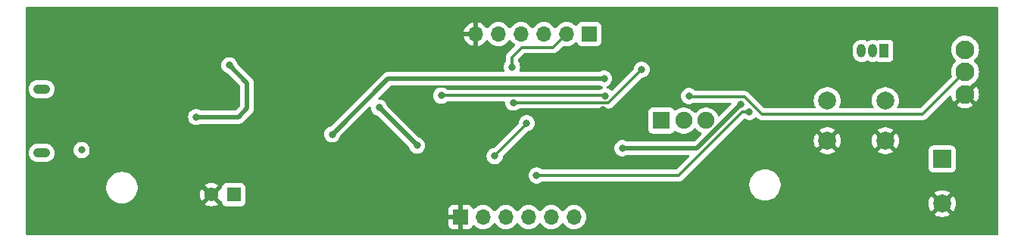
<source format=gbr>
%TF.GenerationSoftware,KiCad,Pcbnew,7.0.5*%
%TF.CreationDate,2023-10-18T15:34:20+03:00*%
%TF.ProjectId,Flashlight,466c6173-686c-4696-9768-742e6b696361,rev?*%
%TF.SameCoordinates,Original*%
%TF.FileFunction,Copper,L2,Bot*%
%TF.FilePolarity,Positive*%
%FSLAX46Y46*%
G04 Gerber Fmt 4.6, Leading zero omitted, Abs format (unit mm)*
G04 Created by KiCad (PCBNEW 7.0.5) date 2023-10-18 15:34:20*
%MOMM*%
%LPD*%
G01*
G04 APERTURE LIST*
%TA.AperFunction,ComponentPad*%
%ADD10R,2.000000X2.000000*%
%TD*%
%TA.AperFunction,ComponentPad*%
%ADD11C,2.000000*%
%TD*%
%TA.AperFunction,ComponentPad*%
%ADD12C,2.100000*%
%TD*%
%TA.AperFunction,ComponentPad*%
%ADD13R,1.900000X1.900000*%
%TD*%
%TA.AperFunction,ComponentPad*%
%ADD14C,1.900000*%
%TD*%
%TA.AperFunction,ComponentPad*%
%ADD15R,1.700000X1.700000*%
%TD*%
%TA.AperFunction,ComponentPad*%
%ADD16O,1.700000X1.700000*%
%TD*%
%TA.AperFunction,ComponentPad*%
%ADD17O,1.900000X1.050000*%
%TD*%
%TA.AperFunction,ComponentPad*%
%ADD18R,1.000000X1.500000*%
%TD*%
%TA.AperFunction,ComponentPad*%
%ADD19O,1.000000X1.500000*%
%TD*%
%TA.AperFunction,ComponentPad*%
%ADD20R,1.575000X1.575000*%
%TD*%
%TA.AperFunction,ComponentPad*%
%ADD21C,1.575000*%
%TD*%
%TA.AperFunction,ViaPad*%
%ADD22C,0.800000*%
%TD*%
%TA.AperFunction,Conductor*%
%ADD23C,0.300000*%
%TD*%
%TA.AperFunction,Conductor*%
%ADD24C,0.500000*%
%TD*%
G04 APERTURE END LIST*
D10*
%TO.P,C6,1*%
%TO.N,/STRIP_VCC*%
X183700000Y-122500000D03*
D11*
%TO.P,C6,2*%
%TO.N,GND*%
X183700000Y-127500000D03*
%TD*%
D12*
%TO.P,J4,1*%
%TO.N,GND*%
X186250000Y-115250000D03*
%TO.P,J4,2*%
%TO.N,/DI_PIN*%
X186250000Y-112750000D03*
%TO.P,J4,3*%
%TO.N,/STRIP_VCC*%
X186250000Y-110250000D03*
%TD*%
D13*
%TO.P,S1,1*%
%TO.N,unconnected-(S1-Pad1)*%
X152300000Y-118200000D03*
D14*
%TO.P,S1,2*%
%TO.N,Net-(J2-BAT)*%
X154800000Y-118200000D03*
%TO.P,S1,3*%
%TO.N,/BAT+*%
X157300000Y-118200000D03*
%TD*%
D15*
%TO.P,J5,1,Pin_1*%
%TO.N,GND*%
X129840000Y-129000000D03*
D16*
%TO.P,J5,2,Pin_2*%
%TO.N,/UART_Bus*%
X132380000Y-129000000D03*
%TO.P,J5,3,Pin_3*%
%TO.N,/PROG_SS*%
X134920000Y-129000000D03*
%TO.P,J5,4,Pin_4*%
%TO.N,/MOSI_PB3*%
X137460000Y-129000000D03*
%TO.P,J5,5,Pin_5*%
%TO.N,/MISO_PB4*%
X140000000Y-129000000D03*
%TO.P,J5,6,Pin_6*%
%TO.N,/SCK_PB5*%
X142540000Y-129000000D03*
%TD*%
D17*
%TO.P,J1,6,SHIELD*%
%TO.N,unconnected-(J1-SHIELD-Pad6)*%
X83020000Y-114675000D03*
X83020000Y-121825000D03*
%TD*%
D18*
%TO.P,Q1,1,E*%
%TO.N,/STRIP_VCC*%
X177220000Y-110400000D03*
D19*
%TO.P,Q1,2,B*%
%TO.N,Net-(Q1-B)*%
X175950000Y-110400000D03*
%TO.P,Q1,3,C*%
%TO.N,/PWR*%
X174680000Y-110400000D03*
%TD*%
D15*
%TO.P,J6,1,Pin_1*%
%TO.N,/DTR*%
X144250000Y-108500000D03*
D16*
%TO.P,J6,2,Pin_2*%
%TO.N,/TX*%
X141710000Y-108500000D03*
%TO.P,J6,3,Pin_3*%
%TO.N,/RX*%
X139170000Y-108500000D03*
%TO.P,J6,4,Pin_4*%
%TO.N,/UART_Bus*%
X136630000Y-108500000D03*
%TO.P,J6,5,Pin_5*%
%TO.N,unconnected-(J6-Pin_5-Pad5)*%
X134090000Y-108500000D03*
%TO.P,J6,6,Pin_6*%
%TO.N,GND*%
X131550000Y-108500000D03*
%TD*%
D11*
%TO.P,SW1,1,A*%
%TO.N,Net-(SW1-A)*%
X170850000Y-115950000D03*
X177350000Y-115950000D03*
%TO.P,SW1,2,B*%
%TO.N,GND*%
X170850000Y-120450000D03*
X177350000Y-120450000D03*
%TD*%
D20*
%TO.P,J3,1,1*%
%TO.N,Net-(J2-BAT)*%
X104500000Y-126500000D03*
D21*
%TO.P,J3,2,2*%
%TO.N,GND*%
X102000000Y-126500000D03*
%TD*%
D22*
%TO.N,/DI_PIN*%
X127700000Y-115400000D03*
%TO.N,/VBUS*%
X100300000Y-117800000D03*
X104000000Y-112000000D03*
%TO.N,GND*%
X143550000Y-117800000D03*
X129750000Y-126500000D03*
X129000000Y-108500000D03*
X92700000Y-114350000D03*
X145750000Y-117000000D03*
X168600000Y-120500000D03*
X97205000Y-113195000D03*
X101250000Y-120250000D03*
X98500000Y-126500000D03*
X94700000Y-120000000D03*
X87500000Y-115050000D03*
X91150000Y-113850000D03*
X131400000Y-119050000D03*
X88700000Y-119550000D03*
X97300000Y-115800000D03*
%TO.N,/PWR*%
X147950000Y-121300000D03*
X161200000Y-116400000D03*
%TO.N,/BAT+*%
X145900000Y-113500000D03*
X115500000Y-119750000D03*
%TO.N,/UART_Bus*%
X125000000Y-121000000D03*
X120750000Y-116750000D03*
%TO.N,/PROG_SS*%
X137250000Y-118500000D03*
X133675000Y-122175000D03*
%TO.N,/TX*%
X135600000Y-112200000D03*
%TO.N,/DI_PIN*%
X155400000Y-115450000D03*
X146050000Y-115450000D03*
%TO.N,Net-(U1-PD4)*%
X150100000Y-112500000D03*
X135750000Y-116200000D03*
%TO.N,Net-(SW1-A)*%
X162150000Y-117250000D03*
X138350000Y-124350000D03*
%TO.N,unconnected-(J1-SHIELD-Pad6)*%
X87500000Y-121500000D03*
%TD*%
D23*
%TO.N,/DI_PIN*%
X161600688Y-115550688D02*
X163550000Y-117500000D01*
X155400000Y-115450000D02*
X155500688Y-115550688D01*
X155500688Y-115550688D02*
X161600688Y-115550688D01*
X163550000Y-117500000D02*
X181500000Y-117500000D01*
X181500000Y-117500000D02*
X186250000Y-112750000D01*
X146000000Y-115400000D02*
X127700000Y-115400000D01*
X146050000Y-115450000D02*
X146000000Y-115400000D01*
D24*
%TO.N,/VBUS*%
X105050000Y-117800000D02*
X106000000Y-116850000D01*
X106000000Y-114000000D02*
X104000000Y-112000000D01*
X106000000Y-116850000D02*
X106000000Y-114000000D01*
X100300000Y-117800000D02*
X105050000Y-117800000D01*
%TO.N,/PWR*%
X156300000Y-121300000D02*
X161200000Y-116400000D01*
X147950000Y-121300000D02*
X156300000Y-121300000D01*
%TO.N,/BAT+*%
X145900000Y-113500000D02*
X121750000Y-113500000D01*
X121750000Y-113500000D02*
X115500000Y-119750000D01*
%TO.N,/UART_Bus*%
X120750000Y-116750000D02*
X125000000Y-121000000D01*
D23*
%TO.N,/PROG_SS*%
X133675000Y-122175000D02*
X137250000Y-118600000D01*
X137250000Y-118600000D02*
X137250000Y-118500000D01*
%TO.N,/TX*%
X135600000Y-111100000D02*
X136700000Y-110000000D01*
X135600000Y-112200000D02*
X135600000Y-111100000D01*
X140210000Y-110000000D02*
X141710000Y-108500000D01*
X136700000Y-110000000D02*
X140210000Y-110000000D01*
%TO.N,Net-(U1-PD4)*%
X146400000Y-116200000D02*
X135750000Y-116200000D01*
X150100000Y-112500000D02*
X146400000Y-116200000D01*
%TO.N,Net-(SW1-A)*%
X138350000Y-124350000D02*
X154260661Y-124350000D01*
X154260661Y-124350000D02*
X161360661Y-117250000D01*
X161360661Y-117250000D02*
X162150000Y-117250000D01*
%TD*%
%TA.AperFunction,Conductor*%
%TO.N,GND*%
G36*
X189943039Y-105519685D02*
G01*
X189988794Y-105572489D01*
X190000000Y-105624000D01*
X190000000Y-130876000D01*
X189980315Y-130943039D01*
X189927511Y-130988794D01*
X189876000Y-131000000D01*
X81374000Y-131000000D01*
X81306961Y-130980315D01*
X81261206Y-130927511D01*
X81250000Y-130876000D01*
X81250000Y-129897844D01*
X128490000Y-129897844D01*
X128496401Y-129957372D01*
X128496403Y-129957379D01*
X128546645Y-130092086D01*
X128546649Y-130092093D01*
X128632809Y-130207187D01*
X128632812Y-130207190D01*
X128747906Y-130293350D01*
X128747913Y-130293354D01*
X128882620Y-130343596D01*
X128882627Y-130343598D01*
X128942155Y-130349999D01*
X128942172Y-130350000D01*
X129590000Y-130350000D01*
X129590000Y-129435501D01*
X129697685Y-129484680D01*
X129804237Y-129500000D01*
X129875763Y-129500000D01*
X129982315Y-129484680D01*
X130089999Y-129435501D01*
X130090000Y-130350000D01*
X130737828Y-130350000D01*
X130737844Y-130349999D01*
X130797372Y-130343598D01*
X130797379Y-130343596D01*
X130932086Y-130293354D01*
X130932093Y-130293350D01*
X131047187Y-130207190D01*
X131047190Y-130207187D01*
X131133350Y-130092093D01*
X131133354Y-130092086D01*
X131182422Y-129960529D01*
X131224293Y-129904595D01*
X131289757Y-129880178D01*
X131358030Y-129895030D01*
X131386285Y-129916181D01*
X131508599Y-130038495D01*
X131585135Y-130092086D01*
X131702165Y-130174032D01*
X131702167Y-130174033D01*
X131702170Y-130174035D01*
X131916337Y-130273903D01*
X132144592Y-130335063D01*
X132315319Y-130350000D01*
X132379999Y-130355659D01*
X132380000Y-130355659D01*
X132380001Y-130355659D01*
X132444681Y-130350000D01*
X132615408Y-130335063D01*
X132843663Y-130273903D01*
X133057830Y-130174035D01*
X133251401Y-130038495D01*
X133418495Y-129871401D01*
X133548424Y-129685842D01*
X133603002Y-129642217D01*
X133672500Y-129635023D01*
X133734855Y-129666546D01*
X133751575Y-129685842D01*
X133881500Y-129871395D01*
X133881505Y-129871401D01*
X134048599Y-130038495D01*
X134125135Y-130092086D01*
X134242165Y-130174032D01*
X134242167Y-130174033D01*
X134242170Y-130174035D01*
X134456337Y-130273903D01*
X134684592Y-130335063D01*
X134855319Y-130350000D01*
X134919999Y-130355659D01*
X134920000Y-130355659D01*
X134920001Y-130355659D01*
X134984681Y-130350000D01*
X135155408Y-130335063D01*
X135383663Y-130273903D01*
X135597830Y-130174035D01*
X135791401Y-130038495D01*
X135958495Y-129871401D01*
X136088424Y-129685842D01*
X136143002Y-129642217D01*
X136212500Y-129635023D01*
X136274855Y-129666546D01*
X136291575Y-129685842D01*
X136421500Y-129871395D01*
X136421505Y-129871401D01*
X136588599Y-130038495D01*
X136665135Y-130092086D01*
X136782165Y-130174032D01*
X136782167Y-130174033D01*
X136782170Y-130174035D01*
X136996337Y-130273903D01*
X137224592Y-130335063D01*
X137395319Y-130350000D01*
X137459999Y-130355659D01*
X137460000Y-130355659D01*
X137460001Y-130355659D01*
X137524681Y-130350000D01*
X137695408Y-130335063D01*
X137923663Y-130273903D01*
X138137830Y-130174035D01*
X138331401Y-130038495D01*
X138498495Y-129871401D01*
X138628424Y-129685842D01*
X138683002Y-129642217D01*
X138752500Y-129635023D01*
X138814855Y-129666546D01*
X138831575Y-129685842D01*
X138961500Y-129871395D01*
X138961505Y-129871401D01*
X139128599Y-130038495D01*
X139205135Y-130092086D01*
X139322165Y-130174032D01*
X139322167Y-130174033D01*
X139322170Y-130174035D01*
X139536337Y-130273903D01*
X139764592Y-130335063D01*
X139935319Y-130350000D01*
X139999999Y-130355659D01*
X140000000Y-130355659D01*
X140000001Y-130355659D01*
X140064681Y-130350000D01*
X140235408Y-130335063D01*
X140463663Y-130273903D01*
X140677830Y-130174035D01*
X140871401Y-130038495D01*
X141038495Y-129871401D01*
X141168424Y-129685842D01*
X141223002Y-129642217D01*
X141292500Y-129635023D01*
X141354855Y-129666546D01*
X141371575Y-129685842D01*
X141501500Y-129871395D01*
X141501505Y-129871401D01*
X141668599Y-130038495D01*
X141745135Y-130092086D01*
X141862165Y-130174032D01*
X141862167Y-130174033D01*
X141862170Y-130174035D01*
X142076337Y-130273903D01*
X142304592Y-130335063D01*
X142475319Y-130350000D01*
X142539999Y-130355659D01*
X142540000Y-130355659D01*
X142540001Y-130355659D01*
X142604681Y-130350000D01*
X142775408Y-130335063D01*
X143003663Y-130273903D01*
X143217830Y-130174035D01*
X143411401Y-130038495D01*
X143578495Y-129871401D01*
X143714035Y-129677830D01*
X143813903Y-129463663D01*
X143875063Y-129235408D01*
X143895659Y-129000000D01*
X143875063Y-128764592D01*
X143813903Y-128536337D01*
X143714035Y-128322171D01*
X143708425Y-128314158D01*
X143578494Y-128128597D01*
X143411402Y-127961506D01*
X143411395Y-127961501D01*
X143217834Y-127825967D01*
X143217830Y-127825965D01*
X143136414Y-127788000D01*
X143003663Y-127726097D01*
X143003659Y-127726096D01*
X143003655Y-127726094D01*
X142775413Y-127664938D01*
X142775403Y-127664936D01*
X142540001Y-127644341D01*
X142539999Y-127644341D01*
X142304596Y-127664936D01*
X142304586Y-127664938D01*
X142076344Y-127726094D01*
X142076335Y-127726098D01*
X141862171Y-127825964D01*
X141862169Y-127825965D01*
X141668597Y-127961505D01*
X141501505Y-128128597D01*
X141371575Y-128314158D01*
X141316998Y-128357783D01*
X141247500Y-128364977D01*
X141185145Y-128333454D01*
X141168425Y-128314158D01*
X141038494Y-128128597D01*
X140871402Y-127961506D01*
X140871395Y-127961501D01*
X140677834Y-127825967D01*
X140677830Y-127825965D01*
X140596414Y-127788000D01*
X140463663Y-127726097D01*
X140463659Y-127726096D01*
X140463655Y-127726094D01*
X140235413Y-127664938D01*
X140235403Y-127664936D01*
X140000001Y-127644341D01*
X139999999Y-127644341D01*
X139764596Y-127664936D01*
X139764586Y-127664938D01*
X139536344Y-127726094D01*
X139536335Y-127726098D01*
X139322171Y-127825964D01*
X139322169Y-127825965D01*
X139128597Y-127961505D01*
X138961505Y-128128597D01*
X138831575Y-128314158D01*
X138776998Y-128357783D01*
X138707500Y-128364977D01*
X138645145Y-128333454D01*
X138628425Y-128314158D01*
X138498494Y-128128597D01*
X138331402Y-127961506D01*
X138331395Y-127961501D01*
X138137834Y-127825967D01*
X138137830Y-127825965D01*
X138056414Y-127788000D01*
X137923663Y-127726097D01*
X137923659Y-127726096D01*
X137923655Y-127726094D01*
X137695413Y-127664938D01*
X137695403Y-127664936D01*
X137460001Y-127644341D01*
X137459999Y-127644341D01*
X137224596Y-127664936D01*
X137224586Y-127664938D01*
X136996344Y-127726094D01*
X136996335Y-127726098D01*
X136782171Y-127825964D01*
X136782169Y-127825965D01*
X136588597Y-127961505D01*
X136421505Y-128128597D01*
X136291575Y-128314158D01*
X136236998Y-128357783D01*
X136167500Y-128364977D01*
X136105145Y-128333454D01*
X136088425Y-128314158D01*
X135958494Y-128128597D01*
X135791402Y-127961506D01*
X135791395Y-127961501D01*
X135597834Y-127825967D01*
X135597830Y-127825965D01*
X135516414Y-127788000D01*
X135383663Y-127726097D01*
X135383659Y-127726096D01*
X135383655Y-127726094D01*
X135155413Y-127664938D01*
X135155403Y-127664936D01*
X134920001Y-127644341D01*
X134919999Y-127644341D01*
X134684596Y-127664936D01*
X134684586Y-127664938D01*
X134456344Y-127726094D01*
X134456335Y-127726098D01*
X134242171Y-127825964D01*
X134242169Y-127825965D01*
X134048597Y-127961505D01*
X133881505Y-128128597D01*
X133751575Y-128314158D01*
X133696998Y-128357783D01*
X133627500Y-128364977D01*
X133565145Y-128333454D01*
X133548425Y-128314158D01*
X133418494Y-128128597D01*
X133251402Y-127961506D01*
X133251395Y-127961501D01*
X133057834Y-127825967D01*
X133057830Y-127825965D01*
X132976414Y-127788000D01*
X132843663Y-127726097D01*
X132843659Y-127726096D01*
X132843655Y-127726094D01*
X132615413Y-127664938D01*
X132615403Y-127664936D01*
X132380001Y-127644341D01*
X132379999Y-127644341D01*
X132144596Y-127664936D01*
X132144586Y-127664938D01*
X131916344Y-127726094D01*
X131916335Y-127726098D01*
X131702171Y-127825964D01*
X131702169Y-127825965D01*
X131508600Y-127961503D01*
X131386284Y-128083819D01*
X131324961Y-128117303D01*
X131255269Y-128112319D01*
X131199336Y-128070447D01*
X131182421Y-128039470D01*
X131133354Y-127907913D01*
X131133350Y-127907906D01*
X131047190Y-127792812D01*
X131047187Y-127792809D01*
X130932093Y-127706649D01*
X130932086Y-127706645D01*
X130797379Y-127656403D01*
X130797372Y-127656401D01*
X130737844Y-127650000D01*
X130090000Y-127650000D01*
X130089999Y-128564498D01*
X129982315Y-128515320D01*
X129875763Y-128500000D01*
X129804237Y-128500000D01*
X129697685Y-128515320D01*
X129590000Y-128564498D01*
X129590000Y-127650000D01*
X128942155Y-127650000D01*
X128882627Y-127656401D01*
X128882620Y-127656403D01*
X128747913Y-127706645D01*
X128747906Y-127706649D01*
X128632812Y-127792809D01*
X128632809Y-127792812D01*
X128546649Y-127907906D01*
X128546645Y-127907913D01*
X128496403Y-128042620D01*
X128496401Y-128042627D01*
X128490000Y-128102155D01*
X128490000Y-128750000D01*
X129406314Y-128750000D01*
X129380507Y-128790156D01*
X129340000Y-128928111D01*
X129340000Y-129071889D01*
X129380507Y-129209844D01*
X129406314Y-129250000D01*
X128490000Y-129250000D01*
X128490000Y-129897844D01*
X81250000Y-129897844D01*
X81250000Y-125831187D01*
X90249500Y-125831187D01*
X90252907Y-125853787D01*
X90288604Y-126090615D01*
X90288605Y-126090617D01*
X90288606Y-126090623D01*
X90365938Y-126341326D01*
X90479767Y-126577696D01*
X90479768Y-126577697D01*
X90479770Y-126577700D01*
X90479772Y-126577704D01*
X90554156Y-126686805D01*
X90627567Y-126794479D01*
X90806014Y-126986801D01*
X90806018Y-126986804D01*
X90806019Y-126986805D01*
X91011143Y-127150386D01*
X91238357Y-127281568D01*
X91482584Y-127377420D01*
X91738370Y-127435802D01*
X91738376Y-127435802D01*
X91738379Y-127435803D01*
X91934484Y-127450499D01*
X91934503Y-127450499D01*
X91934506Y-127450500D01*
X91934508Y-127450500D01*
X92065492Y-127450500D01*
X92065494Y-127450500D01*
X92065496Y-127450499D01*
X92065515Y-127450499D01*
X92261620Y-127435803D01*
X92261622Y-127435802D01*
X92261630Y-127435802D01*
X92517416Y-127377420D01*
X92761643Y-127281568D01*
X92988857Y-127150386D01*
X93193981Y-126986805D01*
X93194670Y-126986063D01*
X93264246Y-126911077D01*
X93372433Y-126794479D01*
X93520228Y-126577704D01*
X93557648Y-126500000D01*
X100707582Y-126500000D01*
X100727216Y-126724421D01*
X100727218Y-126724431D01*
X100785521Y-126942025D01*
X100785525Y-126942034D01*
X100880732Y-127146207D01*
X100880733Y-127146209D01*
X100929949Y-127216497D01*
X101495211Y-126651235D01*
X101500662Y-126677465D01*
X101567058Y-126805604D01*
X101665564Y-126911077D01*
X101788873Y-126986063D01*
X101850282Y-127003269D01*
X101283501Y-127570049D01*
X101353791Y-127619267D01*
X101557965Y-127714474D01*
X101557974Y-127714478D01*
X101775568Y-127772781D01*
X101775578Y-127772783D01*
X101999999Y-127792418D01*
X102000001Y-127792418D01*
X102224421Y-127772783D01*
X102224431Y-127772781D01*
X102442025Y-127714478D01*
X102442034Y-127714474D01*
X102646208Y-127619267D01*
X102646212Y-127619265D01*
X102716497Y-127570050D01*
X102152566Y-127006119D01*
X102275346Y-126952788D01*
X102387296Y-126861709D01*
X102470522Y-126743805D01*
X102503780Y-126650227D01*
X103070049Y-127216496D01*
X103077230Y-127215868D01*
X103145730Y-127229634D01*
X103195913Y-127278250D01*
X103211860Y-127332754D01*
X103212000Y-127335364D01*
X103218408Y-127394983D01*
X103268702Y-127529828D01*
X103268706Y-127529835D01*
X103354952Y-127645044D01*
X103354955Y-127645047D01*
X103470164Y-127731293D01*
X103470171Y-127731297D01*
X103605017Y-127781591D01*
X103605016Y-127781591D01*
X103611944Y-127782335D01*
X103664627Y-127788000D01*
X105335372Y-127787999D01*
X105394983Y-127781591D01*
X105529831Y-127731296D01*
X105645046Y-127645046D01*
X105731296Y-127529831D01*
X105742420Y-127500005D01*
X182194859Y-127500005D01*
X182215385Y-127747729D01*
X182215387Y-127747738D01*
X182276412Y-127988717D01*
X182376266Y-128216364D01*
X182476564Y-128369882D01*
X183216923Y-127629523D01*
X183240507Y-127709844D01*
X183318239Y-127830798D01*
X183426900Y-127924952D01*
X183557685Y-127984680D01*
X183567466Y-127986086D01*
X182829942Y-128723609D01*
X182876768Y-128760055D01*
X182876770Y-128760056D01*
X183095385Y-128878364D01*
X183095396Y-128878369D01*
X183330506Y-128959083D01*
X183575707Y-129000000D01*
X183824293Y-129000000D01*
X184069493Y-128959083D01*
X184304603Y-128878369D01*
X184304614Y-128878364D01*
X184523228Y-128760057D01*
X184523231Y-128760055D01*
X184570056Y-128723609D01*
X183832533Y-127986086D01*
X183842315Y-127984680D01*
X183973100Y-127924952D01*
X184081761Y-127830798D01*
X184159493Y-127709844D01*
X184183077Y-127629523D01*
X184923434Y-128369882D01*
X185023731Y-128216369D01*
X185123587Y-127988717D01*
X185184612Y-127747738D01*
X185184614Y-127747729D01*
X185205141Y-127500005D01*
X185205141Y-127499994D01*
X185184614Y-127252270D01*
X185184612Y-127252261D01*
X185123587Y-127011282D01*
X185023731Y-126783630D01*
X184923434Y-126630116D01*
X184183076Y-127370474D01*
X184159493Y-127290156D01*
X184081761Y-127169202D01*
X183973100Y-127075048D01*
X183842315Y-127015320D01*
X183832532Y-127013913D01*
X184570056Y-126276389D01*
X184523229Y-126239943D01*
X184304614Y-126121635D01*
X184304603Y-126121630D01*
X184069493Y-126040916D01*
X183824293Y-126000000D01*
X183575707Y-126000000D01*
X183330506Y-126040916D01*
X183095396Y-126121630D01*
X183095390Y-126121632D01*
X182876761Y-126239949D01*
X182829942Y-126276388D01*
X182829942Y-126276390D01*
X183567464Y-127013913D01*
X183557685Y-127015320D01*
X183426900Y-127075048D01*
X183318239Y-127169202D01*
X183240507Y-127290156D01*
X183216923Y-127370474D01*
X182476563Y-126630116D01*
X182376267Y-126783632D01*
X182276412Y-127011282D01*
X182215387Y-127252261D01*
X182215385Y-127252270D01*
X182194859Y-127499994D01*
X182194859Y-127500005D01*
X105742420Y-127500005D01*
X105781591Y-127394983D01*
X105788000Y-127335373D01*
X105787999Y-125664628D01*
X105781591Y-125605017D01*
X105768089Y-125568817D01*
X105754054Y-125531187D01*
X162149500Y-125531187D01*
X162160629Y-125605016D01*
X162188604Y-125790615D01*
X162188605Y-125790617D01*
X162188606Y-125790623D01*
X162208090Y-125853787D01*
X162265811Y-126040916D01*
X162265938Y-126041326D01*
X162379767Y-126277696D01*
X162379768Y-126277697D01*
X162379770Y-126277700D01*
X162379772Y-126277704D01*
X162506675Y-126463836D01*
X162527567Y-126494479D01*
X162706014Y-126686801D01*
X162706018Y-126686804D01*
X162706019Y-126686805D01*
X162911143Y-126850386D01*
X163138357Y-126981568D01*
X163382584Y-127077420D01*
X163638370Y-127135802D01*
X163638376Y-127135802D01*
X163638379Y-127135803D01*
X163834484Y-127150499D01*
X163834503Y-127150499D01*
X163834506Y-127150500D01*
X163834508Y-127150500D01*
X163965492Y-127150500D01*
X163965494Y-127150500D01*
X163965496Y-127150499D01*
X163965515Y-127150499D01*
X164161620Y-127135803D01*
X164161622Y-127135802D01*
X164161630Y-127135802D01*
X164417416Y-127077420D01*
X164661643Y-126981568D01*
X164888857Y-126850386D01*
X165093981Y-126686805D01*
X165272433Y-126494479D01*
X165420228Y-126277704D01*
X165534063Y-126041323D01*
X165611396Y-125790615D01*
X165650500Y-125531182D01*
X165650500Y-125268818D01*
X165611396Y-125009385D01*
X165534063Y-124758677D01*
X165460307Y-124605520D01*
X165420232Y-124522303D01*
X165420231Y-124522302D01*
X165420230Y-124522301D01*
X165420228Y-124522296D01*
X165272433Y-124305521D01*
X165220559Y-124249614D01*
X165093985Y-124113198D01*
X165054533Y-124081736D01*
X164888857Y-123949614D01*
X164661643Y-123818432D01*
X164417416Y-123722580D01*
X164417411Y-123722578D01*
X164417402Y-123722576D01*
X164199818Y-123672914D01*
X164161630Y-123664198D01*
X164161629Y-123664197D01*
X164161625Y-123664197D01*
X164161620Y-123664196D01*
X163965515Y-123649500D01*
X163965494Y-123649500D01*
X163834506Y-123649500D01*
X163834484Y-123649500D01*
X163638379Y-123664196D01*
X163638374Y-123664197D01*
X163382597Y-123722576D01*
X163382578Y-123722582D01*
X163138356Y-123818432D01*
X162911143Y-123949614D01*
X162706014Y-124113198D01*
X162527567Y-124305520D01*
X162379768Y-124522302D01*
X162379767Y-124522303D01*
X162265938Y-124758673D01*
X162188606Y-125009376D01*
X162188605Y-125009381D01*
X162188604Y-125009385D01*
X162173853Y-125107247D01*
X162149500Y-125268812D01*
X162149500Y-125531187D01*
X105754054Y-125531187D01*
X105731297Y-125470171D01*
X105731293Y-125470164D01*
X105645047Y-125354955D01*
X105645044Y-125354952D01*
X105529835Y-125268706D01*
X105529828Y-125268702D01*
X105394982Y-125218408D01*
X105394983Y-125218408D01*
X105335383Y-125212001D01*
X105335381Y-125212000D01*
X105335373Y-125212000D01*
X105335364Y-125212000D01*
X103664629Y-125212000D01*
X103664623Y-125212001D01*
X103605016Y-125218408D01*
X103470171Y-125268702D01*
X103470164Y-125268706D01*
X103354955Y-125354952D01*
X103354952Y-125354955D01*
X103268706Y-125470164D01*
X103268702Y-125470171D01*
X103218408Y-125605017D01*
X103211999Y-125664626D01*
X103211858Y-125667264D01*
X103211654Y-125667840D01*
X103211645Y-125667928D01*
X103211624Y-125667925D01*
X103188599Y-125733149D01*
X103133413Y-125776000D01*
X103077231Y-125784129D01*
X103070050Y-125783500D01*
X102504788Y-126348763D01*
X102499338Y-126322535D01*
X102432942Y-126194396D01*
X102334436Y-126088923D01*
X102211127Y-126013937D01*
X102149716Y-125996730D01*
X102716497Y-125429949D01*
X102716497Y-125429948D01*
X102646209Y-125380733D01*
X102646207Y-125380732D01*
X102442034Y-125285525D01*
X102442025Y-125285521D01*
X102224431Y-125227218D01*
X102224421Y-125227216D01*
X102000001Y-125207582D01*
X101999999Y-125207582D01*
X101775578Y-125227216D01*
X101775568Y-125227218D01*
X101557974Y-125285521D01*
X101557965Y-125285525D01*
X101353787Y-125380735D01*
X101283502Y-125429948D01*
X101283501Y-125429949D01*
X101847433Y-125993881D01*
X101724654Y-126047212D01*
X101612704Y-126138291D01*
X101529478Y-126256195D01*
X101496220Y-126349772D01*
X100929949Y-125783501D01*
X100929948Y-125783502D01*
X100880735Y-125853787D01*
X100785525Y-126057965D01*
X100785521Y-126057974D01*
X100727218Y-126275568D01*
X100727216Y-126275578D01*
X100707582Y-126499999D01*
X100707582Y-126500000D01*
X93557648Y-126500000D01*
X93634063Y-126341323D01*
X93711396Y-126090615D01*
X93750500Y-125831182D01*
X93750500Y-125568818D01*
X93711396Y-125309385D01*
X93634063Y-125058677D01*
X93606061Y-125000531D01*
X93520232Y-124822303D01*
X93520231Y-124822302D01*
X93520230Y-124822301D01*
X93520228Y-124822296D01*
X93372433Y-124605521D01*
X93362441Y-124594753D01*
X93193985Y-124413198D01*
X93114737Y-124350000D01*
X137444540Y-124350000D01*
X137464326Y-124538256D01*
X137464327Y-124538259D01*
X137522818Y-124718277D01*
X137522821Y-124718284D01*
X137617467Y-124882216D01*
X137721357Y-124997597D01*
X137744129Y-125022888D01*
X137897265Y-125134148D01*
X137897270Y-125134151D01*
X138070192Y-125211142D01*
X138070197Y-125211144D01*
X138255354Y-125250500D01*
X138255355Y-125250500D01*
X138444644Y-125250500D01*
X138444646Y-125250500D01*
X138629803Y-125211144D01*
X138802730Y-125134151D01*
X138954089Y-125024182D01*
X139019896Y-125000702D01*
X139026975Y-125000500D01*
X154175156Y-125000500D01*
X154191166Y-125002267D01*
X154191189Y-125002026D01*
X154198955Y-125002760D01*
X154198956Y-125002759D01*
X154198957Y-125002760D01*
X154205932Y-125002540D01*
X154269896Y-125000531D01*
X154271844Y-125000500D01*
X154301586Y-125000500D01*
X154308851Y-124999581D01*
X154314677Y-124999122D01*
X154363230Y-124997597D01*
X154383617Y-124991673D01*
X154402657Y-124987731D01*
X154423719Y-124985071D01*
X154468896Y-124967183D01*
X154474396Y-124965300D01*
X154521059Y-124951744D01*
X154539326Y-124940939D01*
X154556797Y-124932380D01*
X154576532Y-124924568D01*
X154615838Y-124896010D01*
X154620704Y-124892813D01*
X154662526Y-124868081D01*
X154677531Y-124853075D01*
X154692329Y-124840436D01*
X154709498Y-124827963D01*
X154740470Y-124790522D01*
X154744384Y-124786221D01*
X155982735Y-123547870D01*
X182199500Y-123547870D01*
X182199501Y-123547876D01*
X182205908Y-123607483D01*
X182256202Y-123742328D01*
X182256206Y-123742335D01*
X182342452Y-123857544D01*
X182342455Y-123857547D01*
X182457664Y-123943793D01*
X182457671Y-123943797D01*
X182592517Y-123994091D01*
X182592516Y-123994091D01*
X182599444Y-123994835D01*
X182652127Y-124000500D01*
X184747872Y-124000499D01*
X184807483Y-123994091D01*
X184942331Y-123943796D01*
X185057546Y-123857546D01*
X185143796Y-123742331D01*
X185194091Y-123607483D01*
X185200500Y-123547873D01*
X185200499Y-121452128D01*
X185194091Y-121392517D01*
X185164752Y-121313856D01*
X185143797Y-121257671D01*
X185143793Y-121257664D01*
X185057547Y-121142455D01*
X185057544Y-121142452D01*
X184942335Y-121056206D01*
X184942328Y-121056202D01*
X184807482Y-121005908D01*
X184807483Y-121005908D01*
X184747883Y-120999501D01*
X184747881Y-120999500D01*
X184747873Y-120999500D01*
X184747864Y-120999500D01*
X182652129Y-120999500D01*
X182652123Y-120999501D01*
X182592516Y-121005908D01*
X182457671Y-121056202D01*
X182457664Y-121056206D01*
X182342455Y-121142452D01*
X182342452Y-121142455D01*
X182256206Y-121257664D01*
X182256202Y-121257671D01*
X182205908Y-121392517D01*
X182201808Y-121430659D01*
X182199501Y-121452123D01*
X182199500Y-121452135D01*
X182199500Y-123547870D01*
X155982735Y-123547870D01*
X159080600Y-120450005D01*
X169344859Y-120450005D01*
X169365385Y-120697729D01*
X169365387Y-120697738D01*
X169426412Y-120938717D01*
X169526266Y-121166364D01*
X169626564Y-121319882D01*
X170324070Y-120622376D01*
X170326884Y-120635915D01*
X170396442Y-120770156D01*
X170499638Y-120880652D01*
X170628819Y-120959209D01*
X170680002Y-120973549D01*
X169979942Y-121673609D01*
X170026768Y-121710055D01*
X170026770Y-121710056D01*
X170245385Y-121828364D01*
X170245396Y-121828369D01*
X170480506Y-121909083D01*
X170725707Y-121950000D01*
X170974293Y-121950000D01*
X171219493Y-121909083D01*
X171454603Y-121828369D01*
X171454614Y-121828364D01*
X171673228Y-121710057D01*
X171673231Y-121710055D01*
X171720056Y-121673609D01*
X171021568Y-120975121D01*
X171138458Y-120924349D01*
X171255739Y-120828934D01*
X171342928Y-120705415D01*
X171373355Y-120619801D01*
X172073434Y-121319882D01*
X172173731Y-121166369D01*
X172273587Y-120938717D01*
X172334612Y-120697738D01*
X172334614Y-120697729D01*
X172355141Y-120450005D01*
X175844859Y-120450005D01*
X175865385Y-120697729D01*
X175865387Y-120697738D01*
X175926412Y-120938717D01*
X176026266Y-121166364D01*
X176126564Y-121319882D01*
X176824070Y-120622376D01*
X176826884Y-120635915D01*
X176896442Y-120770156D01*
X176999638Y-120880652D01*
X177128819Y-120959209D01*
X177180002Y-120973549D01*
X176479942Y-121673609D01*
X176526768Y-121710055D01*
X176526770Y-121710056D01*
X176745385Y-121828364D01*
X176745396Y-121828369D01*
X176980506Y-121909083D01*
X177225707Y-121950000D01*
X177474293Y-121950000D01*
X177719493Y-121909083D01*
X177954603Y-121828369D01*
X177954614Y-121828364D01*
X178173228Y-121710057D01*
X178173231Y-121710055D01*
X178220056Y-121673609D01*
X177521568Y-120975121D01*
X177638458Y-120924349D01*
X177755739Y-120828934D01*
X177842928Y-120705415D01*
X177873355Y-120619801D01*
X178573434Y-121319882D01*
X178673731Y-121166369D01*
X178773587Y-120938717D01*
X178834612Y-120697738D01*
X178834614Y-120697729D01*
X178855141Y-120450005D01*
X178855141Y-120449994D01*
X178834614Y-120202270D01*
X178834612Y-120202261D01*
X178773587Y-119961282D01*
X178673731Y-119733630D01*
X178573434Y-119580116D01*
X177875928Y-120277621D01*
X177873116Y-120264085D01*
X177803558Y-120129844D01*
X177700362Y-120019348D01*
X177571181Y-119940791D01*
X177519997Y-119926450D01*
X178220057Y-119226390D01*
X178220056Y-119226389D01*
X178173229Y-119189943D01*
X177954614Y-119071635D01*
X177954603Y-119071630D01*
X177719493Y-118990916D01*
X177474293Y-118950000D01*
X177225707Y-118950000D01*
X176980506Y-118990916D01*
X176745396Y-119071630D01*
X176745390Y-119071632D01*
X176526761Y-119189949D01*
X176479942Y-119226388D01*
X176479942Y-119226390D01*
X177178431Y-119924878D01*
X177061542Y-119975651D01*
X176944261Y-120071066D01*
X176857072Y-120194585D01*
X176826645Y-120280197D01*
X176126564Y-119580116D01*
X176026267Y-119733632D01*
X175926412Y-119961282D01*
X175865387Y-120202261D01*
X175865385Y-120202270D01*
X175844859Y-120449994D01*
X175844859Y-120450005D01*
X172355141Y-120450005D01*
X172355141Y-120449994D01*
X172334614Y-120202270D01*
X172334612Y-120202261D01*
X172273587Y-119961282D01*
X172173731Y-119733630D01*
X172073434Y-119580116D01*
X171375928Y-120277621D01*
X171373116Y-120264085D01*
X171303558Y-120129844D01*
X171200362Y-120019348D01*
X171071181Y-119940791D01*
X171019997Y-119926450D01*
X171720057Y-119226390D01*
X171720056Y-119226389D01*
X171673229Y-119189943D01*
X171454614Y-119071635D01*
X171454603Y-119071630D01*
X171219493Y-118990916D01*
X170974293Y-118950000D01*
X170725707Y-118950000D01*
X170480506Y-118990916D01*
X170245396Y-119071630D01*
X170245390Y-119071632D01*
X170026761Y-119189949D01*
X169979942Y-119226388D01*
X169979942Y-119226390D01*
X170678431Y-119924878D01*
X170561542Y-119975651D01*
X170444261Y-120071066D01*
X170357072Y-120194585D01*
X170326645Y-120280197D01*
X169626564Y-119580116D01*
X169526267Y-119733632D01*
X169426412Y-119961282D01*
X169365387Y-120202261D01*
X169365385Y-120202270D01*
X169344859Y-120449994D01*
X169344859Y-120450005D01*
X159080600Y-120450005D01*
X161506074Y-118024531D01*
X161567395Y-117991048D01*
X161637087Y-117996032D01*
X161666636Y-118011894D01*
X161684032Y-118024533D01*
X161697270Y-118034151D01*
X161870192Y-118111142D01*
X161870197Y-118111144D01*
X162055354Y-118150500D01*
X162055355Y-118150500D01*
X162244644Y-118150500D01*
X162244646Y-118150500D01*
X162429803Y-118111144D01*
X162602730Y-118034151D01*
X162755871Y-117922888D01*
X162809189Y-117863671D01*
X162868672Y-117827025D01*
X162938529Y-117828354D01*
X162989018Y-117858964D01*
X163029564Y-117899510D01*
X163039635Y-117912080D01*
X163039822Y-117911926D01*
X163044795Y-117917937D01*
X163096542Y-117966531D01*
X163097909Y-117967855D01*
X163118965Y-117988911D01*
X163118968Y-117988913D01*
X163124757Y-117993405D01*
X163129197Y-117997197D01*
X163158308Y-118024533D01*
X163164607Y-118030448D01*
X163171337Y-118034148D01*
X163183205Y-118040672D01*
X163199470Y-118051357D01*
X163216232Y-118064360D01*
X163216235Y-118064361D01*
X163216236Y-118064362D01*
X163260823Y-118083656D01*
X163266059Y-118086221D01*
X163308632Y-118109627D01*
X163324340Y-118113659D01*
X163329186Y-118114904D01*
X163347598Y-118121207D01*
X163367073Y-118129635D01*
X163406033Y-118135805D01*
X163415046Y-118137233D01*
X163420756Y-118138415D01*
X163467823Y-118150500D01*
X163489050Y-118150500D01*
X163508447Y-118152026D01*
X163529404Y-118155346D01*
X163577761Y-118150774D01*
X163583598Y-118150500D01*
X181414495Y-118150500D01*
X181430505Y-118152267D01*
X181430528Y-118152026D01*
X181438294Y-118152760D01*
X181438295Y-118152759D01*
X181438296Y-118152760D01*
X181445271Y-118152540D01*
X181509235Y-118150531D01*
X181511183Y-118150500D01*
X181540925Y-118150500D01*
X181548190Y-118149581D01*
X181554016Y-118149122D01*
X181602569Y-118147597D01*
X181622956Y-118141673D01*
X181641996Y-118137731D01*
X181663058Y-118135071D01*
X181708235Y-118117183D01*
X181713735Y-118115300D01*
X181760398Y-118101744D01*
X181778665Y-118090939D01*
X181796136Y-118082380D01*
X181815871Y-118074568D01*
X181855177Y-118046010D01*
X181860043Y-118042813D01*
X181901865Y-118018081D01*
X181916870Y-118003075D01*
X181931668Y-117990436D01*
X181948837Y-117977963D01*
X181979809Y-117940522D01*
X181983723Y-117936221D01*
X184503172Y-115416772D01*
X184564491Y-115383290D01*
X184634183Y-115388274D01*
X184690116Y-115430146D01*
X184712167Y-115488626D01*
X184713585Y-115488402D01*
X184714348Y-115493219D01*
X184771303Y-115730457D01*
X184864668Y-115955861D01*
X184988504Y-116157942D01*
X185724070Y-115422376D01*
X185726884Y-115435915D01*
X185796442Y-115570156D01*
X185899638Y-115680652D01*
X186028819Y-115759209D01*
X186080002Y-115773549D01*
X185342056Y-116511494D01*
X185544138Y-116635331D01*
X185769542Y-116728696D01*
X186006780Y-116785651D01*
X186006779Y-116785651D01*
X186250000Y-116804792D01*
X186493219Y-116785651D01*
X186730457Y-116728696D01*
X186955861Y-116635331D01*
X187157942Y-116511494D01*
X186421568Y-115775121D01*
X186538458Y-115724349D01*
X186655739Y-115628934D01*
X186742928Y-115505415D01*
X186773355Y-115419801D01*
X187511494Y-116157942D01*
X187635331Y-115955861D01*
X187728696Y-115730457D01*
X187785651Y-115493219D01*
X187804792Y-115250000D01*
X187785651Y-115006780D01*
X187728696Y-114769542D01*
X187635331Y-114544138D01*
X187511494Y-114342056D01*
X186775929Y-115077621D01*
X186773116Y-115064085D01*
X186703558Y-114929844D01*
X186600362Y-114819348D01*
X186471181Y-114740791D01*
X186419996Y-114726449D01*
X187086673Y-114059772D01*
X187109560Y-114041729D01*
X187164179Y-114008259D01*
X187349759Y-113849759D01*
X187508259Y-113664179D01*
X187635777Y-113456089D01*
X187729172Y-113230612D01*
X187786146Y-112993302D01*
X187805294Y-112750000D01*
X187786146Y-112506698D01*
X187729172Y-112269388D01*
X187700431Y-112200000D01*
X187635777Y-112043910D01*
X187508262Y-111835826D01*
X187508261Y-111835823D01*
X187405793Y-111715849D01*
X187349759Y-111650241D01*
X187284248Y-111594289D01*
X187246055Y-111535782D01*
X187245557Y-111465914D01*
X187282911Y-111406868D01*
X187284136Y-111405805D01*
X187349759Y-111349759D01*
X187508259Y-111164179D01*
X187635777Y-110956089D01*
X187729172Y-110730612D01*
X187786146Y-110493302D01*
X187805294Y-110250000D01*
X187786146Y-110006698D01*
X187729172Y-109769388D01*
X187729169Y-109769380D01*
X187635777Y-109543910D01*
X187508262Y-109335826D01*
X187508261Y-109335823D01*
X187471218Y-109292452D01*
X187349759Y-109150241D01*
X187173849Y-109000000D01*
X187164176Y-108991738D01*
X187164173Y-108991737D01*
X186956089Y-108864222D01*
X186730618Y-108770830D01*
X186730621Y-108770830D01*
X186583079Y-108735408D01*
X186493302Y-108713854D01*
X186493300Y-108713853D01*
X186493297Y-108713853D01*
X186250000Y-108694706D01*
X186006702Y-108713853D01*
X186006697Y-108713854D01*
X186006698Y-108713854D01*
X185856142Y-108750000D01*
X185769380Y-108770830D01*
X185543910Y-108864222D01*
X185335826Y-108991737D01*
X185335823Y-108991738D01*
X185150241Y-109150241D01*
X184991738Y-109335823D01*
X184991737Y-109335826D01*
X184864222Y-109543910D01*
X184770830Y-109769380D01*
X184770828Y-109769387D01*
X184770828Y-109769388D01*
X184751728Y-109848943D01*
X184713853Y-110006702D01*
X184694706Y-110250000D01*
X184713853Y-110493297D01*
X184713853Y-110493300D01*
X184713854Y-110493302D01*
X184766985Y-110714607D01*
X184770830Y-110730619D01*
X184864222Y-110956089D01*
X184991737Y-111164173D01*
X184991738Y-111164176D01*
X185020518Y-111197873D01*
X185150241Y-111349759D01*
X185200091Y-111392335D01*
X185215751Y-111405710D01*
X185253944Y-111464217D01*
X185254442Y-111534085D01*
X185217088Y-111593131D01*
X185215751Y-111594290D01*
X185150241Y-111650241D01*
X184991738Y-111835823D01*
X184991737Y-111835826D01*
X184864222Y-112043910D01*
X184770830Y-112269380D01*
X184770828Y-112269387D01*
X184770828Y-112269388D01*
X184747085Y-112368284D01*
X184713853Y-112506702D01*
X184694706Y-112750000D01*
X184713853Y-112993298D01*
X184769836Y-113226481D01*
X184766345Y-113296263D01*
X184736943Y-113343109D01*
X181266873Y-116813181D01*
X181205550Y-116846666D01*
X181179192Y-116849500D01*
X178783295Y-116849500D01*
X178716256Y-116829815D01*
X178670501Y-116777011D01*
X178660557Y-116707853D01*
X178672579Y-116671508D01*
X178672113Y-116671304D01*
X178774063Y-116438881D01*
X178798385Y-116342835D01*
X178835108Y-116197821D01*
X178835967Y-116187461D01*
X178845684Y-116070185D01*
X178855643Y-115950000D01*
X178835108Y-115702179D01*
X178810132Y-115603553D01*
X178774063Y-115461118D01*
X178674173Y-115233393D01*
X178538166Y-115025217D01*
X178483537Y-114965874D01*
X178369744Y-114842262D01*
X178173509Y-114689526D01*
X178173507Y-114689525D01*
X178173506Y-114689524D01*
X177954811Y-114571172D01*
X177954802Y-114571169D01*
X177719616Y-114490429D01*
X177474335Y-114449500D01*
X177225665Y-114449500D01*
X176980383Y-114490429D01*
X176745197Y-114571169D01*
X176745188Y-114571172D01*
X176526493Y-114689524D01*
X176359696Y-114819348D01*
X176330256Y-114842262D01*
X176324781Y-114848209D01*
X176161833Y-115025217D01*
X176025826Y-115233393D01*
X175925936Y-115461118D01*
X175864892Y-115702175D01*
X175864890Y-115702187D01*
X175844357Y-115949994D01*
X175844357Y-115950005D01*
X175864890Y-116197812D01*
X175864892Y-116197824D01*
X175925936Y-116438881D01*
X176027887Y-116671304D01*
X176026881Y-116671745D01*
X176040356Y-116734802D01*
X176015698Y-116800176D01*
X175959610Y-116841841D01*
X175916705Y-116849500D01*
X172283295Y-116849500D01*
X172216256Y-116829815D01*
X172170501Y-116777011D01*
X172160557Y-116707853D01*
X172172579Y-116671508D01*
X172172113Y-116671304D01*
X172274063Y-116438881D01*
X172298385Y-116342835D01*
X172335108Y-116197821D01*
X172335967Y-116187461D01*
X172345684Y-116070185D01*
X172355643Y-115950000D01*
X172335108Y-115702179D01*
X172310132Y-115603553D01*
X172274063Y-115461118D01*
X172174173Y-115233393D01*
X172038166Y-115025217D01*
X171983537Y-114965874D01*
X171869744Y-114842262D01*
X171673509Y-114689526D01*
X171673507Y-114689525D01*
X171673506Y-114689524D01*
X171454811Y-114571172D01*
X171454802Y-114571169D01*
X171219616Y-114490429D01*
X170974335Y-114449500D01*
X170725665Y-114449500D01*
X170480383Y-114490429D01*
X170245197Y-114571169D01*
X170245188Y-114571172D01*
X170026493Y-114689524D01*
X169859696Y-114819348D01*
X169830256Y-114842262D01*
X169824781Y-114848209D01*
X169661833Y-115025217D01*
X169525826Y-115233393D01*
X169425936Y-115461118D01*
X169364892Y-115702175D01*
X169364890Y-115702187D01*
X169344357Y-115949994D01*
X169344357Y-115950005D01*
X169364890Y-116197812D01*
X169364892Y-116197824D01*
X169425936Y-116438881D01*
X169527887Y-116671304D01*
X169526881Y-116671745D01*
X169540356Y-116734802D01*
X169515698Y-116800176D01*
X169459610Y-116841841D01*
X169416705Y-116849500D01*
X163870808Y-116849500D01*
X163803769Y-116829815D01*
X163783127Y-116813181D01*
X162121122Y-115151176D01*
X162111049Y-115138602D01*
X162110862Y-115138758D01*
X162105886Y-115132743D01*
X162073070Y-115101928D01*
X162054120Y-115084133D01*
X162052746Y-115082800D01*
X162031723Y-115061777D01*
X162025928Y-115057282D01*
X162021486Y-115053487D01*
X161986084Y-115020242D01*
X161986076Y-115020236D01*
X161967480Y-115010013D01*
X161951219Y-114999332D01*
X161934451Y-114986325D01*
X161910983Y-114976170D01*
X161889866Y-114967031D01*
X161884644Y-114964474D01*
X161842056Y-114941061D01*
X161842053Y-114941060D01*
X161821489Y-114935780D01*
X161803084Y-114929478D01*
X161783615Y-114921053D01*
X161783609Y-114921051D01*
X161735639Y-114913454D01*
X161729924Y-114912270D01*
X161713460Y-114908043D01*
X161682868Y-114900188D01*
X161682865Y-114900188D01*
X161661643Y-114900188D01*
X161642243Y-114898661D01*
X161621284Y-114895341D01*
X161621283Y-114895341D01*
X161597474Y-114897591D01*
X161572918Y-114899913D01*
X161567080Y-114900188D01*
X156171898Y-114900188D01*
X156104859Y-114880503D01*
X156079748Y-114859160D01*
X156005876Y-114777116D01*
X156005869Y-114777110D01*
X155852734Y-114665851D01*
X155852729Y-114665848D01*
X155679807Y-114588857D01*
X155679802Y-114588855D01*
X155534000Y-114557865D01*
X155494646Y-114549500D01*
X155305354Y-114549500D01*
X155272897Y-114556398D01*
X155120197Y-114588855D01*
X155120192Y-114588857D01*
X154947270Y-114665848D01*
X154947265Y-114665851D01*
X154794129Y-114777111D01*
X154667466Y-114917785D01*
X154572821Y-115081715D01*
X154572818Y-115081722D01*
X154518142Y-115249999D01*
X154514326Y-115261744D01*
X154494540Y-115450000D01*
X154514326Y-115638256D01*
X154514327Y-115638259D01*
X154572818Y-115818277D01*
X154572821Y-115818284D01*
X154667467Y-115982216D01*
X154746675Y-116070185D01*
X154794129Y-116122888D01*
X154947265Y-116234148D01*
X154947270Y-116234151D01*
X155120192Y-116311142D01*
X155120197Y-116311144D01*
X155305354Y-116350500D01*
X155305355Y-116350500D01*
X155494644Y-116350500D01*
X155494646Y-116350500D01*
X155679803Y-116311144D01*
X155852730Y-116234151D01*
X155854703Y-116232717D01*
X155865505Y-116224870D01*
X155931311Y-116201390D01*
X155938390Y-116201188D01*
X160038082Y-116201188D01*
X160105121Y-116220873D01*
X160150876Y-116273677D01*
X160160820Y-116342835D01*
X160131795Y-116406391D01*
X160125763Y-116412869D01*
X158845986Y-117692645D01*
X158784663Y-117726130D01*
X158714971Y-117721146D01*
X158659038Y-117679274D01*
X158644749Y-117654774D01*
X158637767Y-117638857D01*
X158580049Y-117507272D01*
X158549999Y-117461278D01*
X158448572Y-117306033D01*
X158448571Y-117306031D01*
X158285764Y-117129175D01*
X158285759Y-117129171D01*
X158285757Y-117129169D01*
X158096075Y-116981533D01*
X158096069Y-116981529D01*
X157884657Y-116867118D01*
X157884652Y-116867116D01*
X157657300Y-116789066D01*
X157437001Y-116752305D01*
X157420192Y-116749500D01*
X157179808Y-116749500D01*
X157162999Y-116752305D01*
X156942699Y-116789066D01*
X156715347Y-116867116D01*
X156715342Y-116867118D01*
X156503930Y-116981529D01*
X156503924Y-116981533D01*
X156314242Y-117129169D01*
X156314239Y-117129172D01*
X156151430Y-117306029D01*
X156148283Y-117310074D01*
X156146464Y-117308658D01*
X156100659Y-117347748D01*
X156031427Y-117357169D01*
X155968093Y-117327666D01*
X155952392Y-117309547D01*
X155951717Y-117310074D01*
X155948569Y-117306029D01*
X155910996Y-117265214D01*
X155785764Y-117129175D01*
X155785759Y-117129171D01*
X155785757Y-117129169D01*
X155596075Y-116981533D01*
X155596069Y-116981529D01*
X155384657Y-116867118D01*
X155384652Y-116867116D01*
X155157300Y-116789066D01*
X154937001Y-116752305D01*
X154920192Y-116749500D01*
X154679808Y-116749500D01*
X154662999Y-116752305D01*
X154442699Y-116789066D01*
X154215347Y-116867116D01*
X154215342Y-116867118D01*
X154003931Y-116981529D01*
X153889325Y-117070730D01*
X153824331Y-117096372D01*
X153755791Y-117082805D01*
X153705466Y-117034337D01*
X153696980Y-117016205D01*
X153693798Y-117007672D01*
X153693793Y-117007664D01*
X153607547Y-116892455D01*
X153607544Y-116892452D01*
X153492335Y-116806206D01*
X153492328Y-116806202D01*
X153357482Y-116755908D01*
X153357483Y-116755908D01*
X153297883Y-116749501D01*
X153297881Y-116749500D01*
X153297873Y-116749500D01*
X153297864Y-116749500D01*
X151302129Y-116749500D01*
X151302123Y-116749501D01*
X151242516Y-116755908D01*
X151107671Y-116806202D01*
X151107664Y-116806206D01*
X150992455Y-116892452D01*
X150992452Y-116892455D01*
X150906206Y-117007664D01*
X150906202Y-117007671D01*
X150855908Y-117142517D01*
X150849501Y-117202116D01*
X150849500Y-117202135D01*
X150849500Y-119197870D01*
X150849501Y-119197876D01*
X150855908Y-119257483D01*
X150906202Y-119392328D01*
X150906206Y-119392335D01*
X150992452Y-119507544D01*
X150992455Y-119507547D01*
X151107664Y-119593793D01*
X151107671Y-119593797D01*
X151242517Y-119644091D01*
X151242516Y-119644091D01*
X151249444Y-119644835D01*
X151302127Y-119650500D01*
X153297872Y-119650499D01*
X153357483Y-119644091D01*
X153492331Y-119593796D01*
X153607546Y-119507546D01*
X153693796Y-119392331D01*
X153696979Y-119383795D01*
X153738847Y-119327860D01*
X153804310Y-119303439D01*
X153872584Y-119318287D01*
X153889325Y-119329270D01*
X154003924Y-119418466D01*
X154003930Y-119418470D01*
X154003933Y-119418472D01*
X154215344Y-119532882D01*
X154215347Y-119532883D01*
X154442699Y-119610933D01*
X154442701Y-119610933D01*
X154442703Y-119610934D01*
X154679808Y-119650500D01*
X154679809Y-119650500D01*
X154920191Y-119650500D01*
X154920192Y-119650500D01*
X155157297Y-119610934D01*
X155384656Y-119532882D01*
X155596067Y-119418472D01*
X155637573Y-119386167D01*
X155712485Y-119327860D01*
X155785764Y-119270825D01*
X155948571Y-119093969D01*
X155948577Y-119093959D01*
X155951717Y-119089926D01*
X155953549Y-119091352D01*
X155999262Y-119052287D01*
X156068487Y-119042817D01*
X156131842Y-119072276D01*
X156147597Y-119090459D01*
X156148283Y-119089926D01*
X156151427Y-119093967D01*
X156151429Y-119093969D01*
X156314236Y-119270825D01*
X156314239Y-119270827D01*
X156314242Y-119270830D01*
X156503924Y-119418466D01*
X156503930Y-119418470D01*
X156503933Y-119418472D01*
X156715344Y-119532882D01*
X156743649Y-119542599D01*
X156800665Y-119582982D01*
X156826796Y-119647781D01*
X156813747Y-119716421D01*
X156791069Y-119747561D01*
X156025451Y-120513181D01*
X155964128Y-120546666D01*
X155937770Y-120549500D01*
X148489337Y-120549500D01*
X148422298Y-120529815D01*
X148416452Y-120525818D01*
X148402734Y-120515851D01*
X148402729Y-120515848D01*
X148229807Y-120438857D01*
X148229802Y-120438855D01*
X148084000Y-120407865D01*
X148044646Y-120399500D01*
X147855354Y-120399500D01*
X147822897Y-120406398D01*
X147670197Y-120438855D01*
X147670192Y-120438857D01*
X147497270Y-120515848D01*
X147497265Y-120515851D01*
X147344129Y-120627111D01*
X147217466Y-120767785D01*
X147122821Y-120931715D01*
X147122818Y-120931722D01*
X147069327Y-121096352D01*
X147064326Y-121111744D01*
X147044540Y-121300000D01*
X147064326Y-121488256D01*
X147064327Y-121488259D01*
X147122818Y-121668277D01*
X147122821Y-121668284D01*
X147217467Y-121832216D01*
X147344128Y-121972887D01*
X147344129Y-121972888D01*
X147497265Y-122084148D01*
X147497270Y-122084151D01*
X147670192Y-122161142D01*
X147670197Y-122161144D01*
X147855354Y-122200500D01*
X147855355Y-122200500D01*
X148044644Y-122200500D01*
X148044646Y-122200500D01*
X148229803Y-122161144D01*
X148402730Y-122084151D01*
X148404776Y-122082664D01*
X148416452Y-122074182D01*
X148482258Y-122050702D01*
X148489337Y-122050500D01*
X155340853Y-122050500D01*
X155407892Y-122070185D01*
X155453647Y-122122989D01*
X155463591Y-122192147D01*
X155434566Y-122255703D01*
X155428534Y-122262181D01*
X154027534Y-123663181D01*
X153966211Y-123696666D01*
X153939853Y-123699500D01*
X139026975Y-123699500D01*
X138959936Y-123679815D01*
X138954090Y-123675818D01*
X138802734Y-123565851D01*
X138802729Y-123565848D01*
X138629807Y-123488857D01*
X138629802Y-123488855D01*
X138484001Y-123457865D01*
X138444646Y-123449500D01*
X138255354Y-123449500D01*
X138222897Y-123456398D01*
X138070197Y-123488855D01*
X138070192Y-123488857D01*
X137897270Y-123565848D01*
X137897265Y-123565851D01*
X137744129Y-123677111D01*
X137617466Y-123817785D01*
X137522821Y-123981715D01*
X137522818Y-123981722D01*
X137478399Y-124118432D01*
X137464326Y-124161744D01*
X137444540Y-124350000D01*
X93114737Y-124350000D01*
X93058962Y-124305521D01*
X92988857Y-124249614D01*
X92761643Y-124118432D01*
X92517416Y-124022580D01*
X92517411Y-124022578D01*
X92517402Y-124022576D01*
X92299818Y-123972914D01*
X92261630Y-123964198D01*
X92261629Y-123964197D01*
X92261625Y-123964197D01*
X92261620Y-123964196D01*
X92065515Y-123949500D01*
X92065494Y-123949500D01*
X91934506Y-123949500D01*
X91934484Y-123949500D01*
X91738379Y-123964196D01*
X91738374Y-123964197D01*
X91482597Y-124022576D01*
X91482578Y-124022582D01*
X91238356Y-124118432D01*
X91011143Y-124249614D01*
X90806014Y-124413198D01*
X90627567Y-124605520D01*
X90479768Y-124822302D01*
X90479767Y-124822303D01*
X90365938Y-125058673D01*
X90288606Y-125309376D01*
X90288605Y-125309381D01*
X90288604Y-125309385D01*
X90277850Y-125380732D01*
X90249500Y-125568812D01*
X90249500Y-125831187D01*
X81250000Y-125831187D01*
X81250000Y-121825000D01*
X81564538Y-121825000D01*
X81584337Y-122026031D01*
X81642978Y-122219345D01*
X81738198Y-122397488D01*
X81738203Y-122397495D01*
X81866352Y-122553647D01*
X81975016Y-122642824D01*
X82022506Y-122681798D01*
X82022509Y-122681799D01*
X82022511Y-122681801D01*
X82200654Y-122777021D01*
X82200656Y-122777021D01*
X82200659Y-122777023D01*
X82393967Y-122835662D01*
X82544620Y-122850500D01*
X82544623Y-122850500D01*
X83495377Y-122850500D01*
X83495380Y-122850500D01*
X83646033Y-122835662D01*
X83839341Y-122777023D01*
X84017494Y-122681798D01*
X84173647Y-122553647D01*
X84301798Y-122397494D01*
X84362383Y-122284148D01*
X84397021Y-122219345D01*
X84397021Y-122219344D01*
X84397023Y-122219341D01*
X84455662Y-122026033D01*
X84475462Y-121825000D01*
X84455662Y-121623967D01*
X84418057Y-121500000D01*
X86594540Y-121500000D01*
X86614326Y-121688256D01*
X86614327Y-121688259D01*
X86672818Y-121868277D01*
X86672821Y-121868284D01*
X86767467Y-122032216D01*
X86814227Y-122084148D01*
X86894129Y-122172888D01*
X87047265Y-122284148D01*
X87047270Y-122284151D01*
X87220192Y-122361142D01*
X87220197Y-122361144D01*
X87405354Y-122400500D01*
X87405355Y-122400500D01*
X87594644Y-122400500D01*
X87594646Y-122400500D01*
X87779803Y-122361144D01*
X87952730Y-122284151D01*
X88102964Y-122175000D01*
X132769540Y-122175000D01*
X132789326Y-122363256D01*
X132789327Y-122363259D01*
X132847818Y-122543277D01*
X132847821Y-122543284D01*
X132942467Y-122707216D01*
X133005320Y-122777021D01*
X133069129Y-122847888D01*
X133222265Y-122959148D01*
X133222270Y-122959151D01*
X133395192Y-123036142D01*
X133395197Y-123036144D01*
X133580354Y-123075500D01*
X133580355Y-123075500D01*
X133769644Y-123075500D01*
X133769646Y-123075500D01*
X133954803Y-123036144D01*
X134127730Y-122959151D01*
X134280871Y-122847888D01*
X134407533Y-122707216D01*
X134502179Y-122543284D01*
X134560674Y-122363256D01*
X134574168Y-122234855D01*
X134600752Y-122170242D01*
X134609799Y-122160145D01*
X137350169Y-119419775D01*
X137411490Y-119386292D01*
X137411658Y-119386255D01*
X137529803Y-119361144D01*
X137702730Y-119284151D01*
X137855871Y-119172888D01*
X137982533Y-119032216D01*
X138077179Y-118868284D01*
X138135674Y-118688256D01*
X138155460Y-118500000D01*
X138135674Y-118311744D01*
X138077179Y-118131716D01*
X137982533Y-117967784D01*
X137855871Y-117827112D01*
X137855870Y-117827111D01*
X137702734Y-117715851D01*
X137702729Y-117715848D01*
X137529807Y-117638857D01*
X137529802Y-117638855D01*
X137384000Y-117607865D01*
X137344646Y-117599500D01*
X137155354Y-117599500D01*
X137122897Y-117606398D01*
X136970197Y-117638855D01*
X136970192Y-117638857D01*
X136797270Y-117715848D01*
X136797265Y-117715851D01*
X136644129Y-117827111D01*
X136517466Y-117967785D01*
X136422821Y-118131715D01*
X136422818Y-118131722D01*
X136384420Y-118249900D01*
X136364326Y-118311744D01*
X136346457Y-118481760D01*
X136344540Y-118500002D01*
X136344540Y-118500004D01*
X136346490Y-118518565D01*
X136333918Y-118587294D01*
X136310850Y-118619202D01*
X133691873Y-121238181D01*
X133630550Y-121271666D01*
X133604192Y-121274500D01*
X133580354Y-121274500D01*
X133547897Y-121281398D01*
X133395197Y-121313855D01*
X133395192Y-121313857D01*
X133222270Y-121390848D01*
X133222265Y-121390851D01*
X133069129Y-121502111D01*
X132942466Y-121642785D01*
X132847821Y-121806715D01*
X132847818Y-121806722D01*
X132793828Y-121972888D01*
X132789326Y-121986744D01*
X132769540Y-122175000D01*
X88102964Y-122175000D01*
X88105871Y-122172888D01*
X88232533Y-122032216D01*
X88327179Y-121868284D01*
X88385674Y-121688256D01*
X88405460Y-121500000D01*
X88385674Y-121311744D01*
X88327179Y-121131716D01*
X88232533Y-120967784D01*
X88105871Y-120827112D01*
X88105870Y-120827111D01*
X87952734Y-120715851D01*
X87952729Y-120715848D01*
X87779807Y-120638857D01*
X87779802Y-120638855D01*
X87634000Y-120607865D01*
X87594646Y-120599500D01*
X87405354Y-120599500D01*
X87372897Y-120606398D01*
X87220197Y-120638855D01*
X87220192Y-120638857D01*
X87047270Y-120715848D01*
X87047265Y-120715851D01*
X86894129Y-120827111D01*
X86767466Y-120967785D01*
X86672821Y-121131715D01*
X86672818Y-121131722D01*
X86631896Y-121257669D01*
X86614326Y-121311744D01*
X86594540Y-121500000D01*
X84418057Y-121500000D01*
X84397023Y-121430659D01*
X84397021Y-121430656D01*
X84397021Y-121430654D01*
X84301801Y-121252511D01*
X84301799Y-121252509D01*
X84301798Y-121252506D01*
X84237548Y-121174217D01*
X84173647Y-121096352D01*
X84017495Y-120968203D01*
X84017488Y-120968198D01*
X83839345Y-120872978D01*
X83646031Y-120814337D01*
X83535900Y-120803490D01*
X83495380Y-120799500D01*
X82544620Y-120799500D01*
X82507433Y-120803162D01*
X82393968Y-120814337D01*
X82200654Y-120872978D01*
X82022511Y-120968198D01*
X82022504Y-120968203D01*
X81866352Y-121096352D01*
X81738203Y-121252504D01*
X81738198Y-121252511D01*
X81642978Y-121430654D01*
X81584337Y-121623968D01*
X81564538Y-121825000D01*
X81250000Y-121825000D01*
X81250000Y-119750000D01*
X114594540Y-119750000D01*
X114614326Y-119938256D01*
X114614327Y-119938259D01*
X114672818Y-120118277D01*
X114672821Y-120118284D01*
X114767467Y-120282216D01*
X114873070Y-120399500D01*
X114894129Y-120422888D01*
X115047265Y-120534148D01*
X115047270Y-120534151D01*
X115220192Y-120611142D01*
X115220197Y-120611144D01*
X115405354Y-120650500D01*
X115405355Y-120650500D01*
X115594644Y-120650500D01*
X115594646Y-120650500D01*
X115779803Y-120611144D01*
X115952730Y-120534151D01*
X116105871Y-120422888D01*
X116232533Y-120282216D01*
X116327179Y-120118284D01*
X116382522Y-119947955D01*
X116412769Y-119898597D01*
X119633782Y-116677584D01*
X119695103Y-116644101D01*
X119764795Y-116649085D01*
X119820728Y-116690957D01*
X119844782Y-116752305D01*
X119864326Y-116938256D01*
X119864327Y-116938259D01*
X119922818Y-117118277D01*
X119922821Y-117118284D01*
X120017467Y-117282216D01*
X120140934Y-117419340D01*
X120144129Y-117422888D01*
X120297265Y-117534148D01*
X120297270Y-117534151D01*
X120470191Y-117611142D01*
X120470193Y-117611142D01*
X120470197Y-117611144D01*
X120535329Y-117624987D01*
X120596809Y-117658178D01*
X120597228Y-117658596D01*
X124087228Y-121148595D01*
X124117478Y-121197958D01*
X124172818Y-121368277D01*
X124172821Y-121368284D01*
X124267467Y-121532216D01*
X124350080Y-121623967D01*
X124394129Y-121672888D01*
X124547265Y-121784148D01*
X124547270Y-121784151D01*
X124720192Y-121861142D01*
X124720197Y-121861144D01*
X124905354Y-121900500D01*
X124905355Y-121900500D01*
X125094644Y-121900500D01*
X125094646Y-121900500D01*
X125279803Y-121861144D01*
X125452730Y-121784151D01*
X125605871Y-121672888D01*
X125732533Y-121532216D01*
X125827179Y-121368284D01*
X125885674Y-121188256D01*
X125905460Y-121000000D01*
X125885674Y-120811744D01*
X125827179Y-120631716D01*
X125732533Y-120467784D01*
X125605871Y-120327112D01*
X125544077Y-120282216D01*
X125452734Y-120215851D01*
X125452729Y-120215848D01*
X125279807Y-120138857D01*
X125279802Y-120138855D01*
X125214669Y-120125011D01*
X125153187Y-120091818D01*
X125152769Y-120091402D01*
X121662770Y-116601402D01*
X121632521Y-116552041D01*
X121587301Y-116412869D01*
X121577181Y-116381721D01*
X121577178Y-116381715D01*
X121530289Y-116300500D01*
X121482533Y-116217784D01*
X121355871Y-116077112D01*
X121355870Y-116077111D01*
X121202734Y-115965851D01*
X121202729Y-115965848D01*
X121029807Y-115888857D01*
X121029802Y-115888855D01*
X120884000Y-115857865D01*
X120844646Y-115849500D01*
X120761229Y-115849500D01*
X120694190Y-115829815D01*
X120648435Y-115777011D01*
X120638491Y-115707853D01*
X120667516Y-115644297D01*
X120673548Y-115637819D01*
X121227212Y-115084156D01*
X122024548Y-114286819D01*
X122085872Y-114253334D01*
X122112230Y-114250500D01*
X145360663Y-114250500D01*
X145427702Y-114270185D01*
X145433548Y-114274182D01*
X145447265Y-114284148D01*
X145447270Y-114284151D01*
X145620191Y-114361142D01*
X145620193Y-114361142D01*
X145620197Y-114361144D01*
X145694615Y-114376962D01*
X145756094Y-114410153D01*
X145789871Y-114471315D01*
X145785219Y-114541030D01*
X145743615Y-114597163D01*
X145719269Y-114611530D01*
X145597267Y-114665850D01*
X145597265Y-114665851D01*
X145514729Y-114725818D01*
X145448923Y-114749298D01*
X145441844Y-114749500D01*
X128376975Y-114749500D01*
X128309936Y-114729815D01*
X128304090Y-114725818D01*
X128152734Y-114615851D01*
X128152729Y-114615848D01*
X127979807Y-114538857D01*
X127979802Y-114538855D01*
X127834001Y-114507865D01*
X127794646Y-114499500D01*
X127605354Y-114499500D01*
X127572897Y-114506398D01*
X127420197Y-114538855D01*
X127420192Y-114538857D01*
X127247270Y-114615848D01*
X127247265Y-114615851D01*
X127094129Y-114727111D01*
X126967466Y-114867785D01*
X126872821Y-115031715D01*
X126872818Y-115031722D01*
X126814327Y-115211740D01*
X126814326Y-115211744D01*
X126794540Y-115400000D01*
X126814326Y-115588256D01*
X126814327Y-115588259D01*
X126872818Y-115768277D01*
X126872821Y-115768284D01*
X126967467Y-115932216D01*
X127073971Y-116050500D01*
X127094129Y-116072888D01*
X127247265Y-116184148D01*
X127247270Y-116184151D01*
X127420192Y-116261142D01*
X127420197Y-116261144D01*
X127605354Y-116300500D01*
X127605355Y-116300500D01*
X127794644Y-116300500D01*
X127794646Y-116300500D01*
X127979803Y-116261144D01*
X128152730Y-116184151D01*
X128304089Y-116074182D01*
X128369896Y-116050702D01*
X128376975Y-116050500D01*
X134722537Y-116050500D01*
X134789576Y-116070185D01*
X134835331Y-116122989D01*
X134845857Y-116187460D01*
X134844540Y-116200000D01*
X134864326Y-116388256D01*
X134864327Y-116388259D01*
X134922818Y-116568277D01*
X134922821Y-116568284D01*
X135017467Y-116732216D01*
X135116174Y-116841841D01*
X135144129Y-116872888D01*
X135297265Y-116984148D01*
X135297270Y-116984151D01*
X135470192Y-117061142D01*
X135470197Y-117061144D01*
X135655354Y-117100500D01*
X135655355Y-117100500D01*
X135844644Y-117100500D01*
X135844646Y-117100500D01*
X136029803Y-117061144D01*
X136202730Y-116984151D01*
X136354089Y-116874182D01*
X136419896Y-116850702D01*
X136426975Y-116850500D01*
X146314495Y-116850500D01*
X146330505Y-116852267D01*
X146330528Y-116852026D01*
X146338294Y-116852760D01*
X146338295Y-116852759D01*
X146338296Y-116852760D01*
X146345271Y-116852540D01*
X146409235Y-116850531D01*
X146411183Y-116850500D01*
X146440925Y-116850500D01*
X146448190Y-116849581D01*
X146454016Y-116849122D01*
X146502569Y-116847597D01*
X146522956Y-116841673D01*
X146541996Y-116837731D01*
X146563058Y-116835071D01*
X146608235Y-116817183D01*
X146613735Y-116815300D01*
X146660398Y-116801744D01*
X146678665Y-116790939D01*
X146696136Y-116782380D01*
X146715871Y-116774568D01*
X146755177Y-116746010D01*
X146760043Y-116742813D01*
X146801865Y-116718081D01*
X146816870Y-116703075D01*
X146831668Y-116690436D01*
X146848837Y-116677963D01*
X146879809Y-116640522D01*
X146883713Y-116636231D01*
X150083126Y-113436819D01*
X150144450Y-113403334D01*
X150170808Y-113400500D01*
X150194644Y-113400500D01*
X150194646Y-113400500D01*
X150379803Y-113361144D01*
X150552730Y-113284151D01*
X150705871Y-113172888D01*
X150832533Y-113032216D01*
X150927179Y-112868284D01*
X150985674Y-112688256D01*
X151005460Y-112500000D01*
X150985674Y-112311744D01*
X150927179Y-112131716D01*
X150832533Y-111967784D01*
X150705871Y-111827112D01*
X150684719Y-111811744D01*
X150552734Y-111715851D01*
X150552729Y-111715848D01*
X150379807Y-111638857D01*
X150379802Y-111638855D01*
X150234001Y-111607865D01*
X150194646Y-111599500D01*
X150005354Y-111599500D01*
X149972897Y-111606398D01*
X149820197Y-111638855D01*
X149820192Y-111638857D01*
X149647270Y-111715848D01*
X149647265Y-111715851D01*
X149494129Y-111827111D01*
X149367466Y-111967785D01*
X149272821Y-112131715D01*
X149272818Y-112131722D01*
X149214327Y-112311739D01*
X149214326Y-112311741D01*
X149200831Y-112440142D01*
X149174246Y-112504757D01*
X149165191Y-112514861D01*
X146865328Y-114814724D01*
X146804005Y-114848209D01*
X146734313Y-114843225D01*
X146685497Y-114810015D01*
X146655870Y-114777111D01*
X146502734Y-114665851D01*
X146502729Y-114665848D01*
X146329807Y-114588857D01*
X146329802Y-114588855D01*
X146255386Y-114573038D01*
X146193904Y-114539846D01*
X146160128Y-114478683D01*
X146164780Y-114408968D01*
X146206385Y-114352836D01*
X146230731Y-114338469D01*
X146236566Y-114335871D01*
X146352730Y-114284151D01*
X146505871Y-114172888D01*
X146632533Y-114032216D01*
X146727179Y-113868284D01*
X146785674Y-113688256D01*
X146805460Y-113500000D01*
X146785674Y-113311744D01*
X146727179Y-113131716D01*
X146632533Y-112967784D01*
X146505871Y-112827112D01*
X146505870Y-112827111D01*
X146352734Y-112715851D01*
X146352729Y-112715848D01*
X146179807Y-112638857D01*
X146179802Y-112638855D01*
X146033944Y-112607853D01*
X145994646Y-112599500D01*
X145805354Y-112599500D01*
X145772897Y-112606398D01*
X145620197Y-112638855D01*
X145620192Y-112638857D01*
X145447270Y-112715848D01*
X145447265Y-112715851D01*
X145433548Y-112725818D01*
X145367742Y-112749298D01*
X145360663Y-112749500D01*
X136537328Y-112749500D01*
X136470289Y-112729815D01*
X136424534Y-112677011D01*
X136414590Y-112607853D01*
X136426002Y-112574865D01*
X136424538Y-112574214D01*
X136427174Y-112568292D01*
X136427179Y-112568284D01*
X136485674Y-112388256D01*
X136505460Y-112200000D01*
X136485674Y-112011744D01*
X136427179Y-111831716D01*
X136332533Y-111667784D01*
X136282350Y-111612050D01*
X136252120Y-111549058D01*
X136250500Y-111529078D01*
X136250500Y-111420807D01*
X136270185Y-111353768D01*
X136286819Y-111333126D01*
X136919203Y-110700743D01*
X173679500Y-110700743D01*
X173694925Y-110852439D01*
X173755837Y-111046579D01*
X173755844Y-111046594D01*
X173854589Y-111224499D01*
X173854592Y-111224504D01*
X173987132Y-111378893D01*
X173987134Y-111378895D01*
X174148037Y-111503445D01*
X174148038Y-111503445D01*
X174148042Y-111503448D01*
X174330729Y-111593060D01*
X174527715Y-111644063D01*
X174730936Y-111654369D01*
X174932071Y-111623556D01*
X175122887Y-111552886D01*
X175248523Y-111474576D01*
X175315827Y-111455821D01*
X175382588Y-111476430D01*
X175390014Y-111481753D01*
X175418037Y-111503445D01*
X175418038Y-111503445D01*
X175418042Y-111503448D01*
X175600729Y-111593060D01*
X175797715Y-111644063D01*
X176000936Y-111654369D01*
X176202071Y-111623556D01*
X176349726Y-111568870D01*
X176419428Y-111564047D01*
X176467104Y-111585887D01*
X176477667Y-111593795D01*
X176477671Y-111593797D01*
X176612517Y-111644091D01*
X176612516Y-111644091D01*
X176619444Y-111644835D01*
X176672127Y-111650500D01*
X177767872Y-111650499D01*
X177827483Y-111644091D01*
X177962331Y-111593796D01*
X178077546Y-111507546D01*
X178163796Y-111392331D01*
X178214091Y-111257483D01*
X178220500Y-111197873D01*
X178220499Y-109602128D01*
X178214091Y-109542517D01*
X178212590Y-109538493D01*
X178163797Y-109407671D01*
X178163793Y-109407664D01*
X178077547Y-109292455D01*
X178077544Y-109292452D01*
X177962335Y-109206206D01*
X177962328Y-109206202D01*
X177827482Y-109155908D01*
X177827483Y-109155908D01*
X177767883Y-109149501D01*
X177767881Y-109149500D01*
X177767873Y-109149500D01*
X177767864Y-109149500D01*
X176672129Y-109149500D01*
X176672123Y-109149501D01*
X176612516Y-109155908D01*
X176477672Y-109206202D01*
X176477668Y-109206204D01*
X176467217Y-109214028D01*
X176401751Y-109238441D01*
X176338304Y-109226086D01*
X176313721Y-109214028D01*
X176299271Y-109206940D01*
X176102285Y-109155937D01*
X176102287Y-109155937D01*
X175966804Y-109149066D01*
X175899064Y-109145631D01*
X175899063Y-109145631D01*
X175899061Y-109145631D01*
X175697936Y-109176442D01*
X175697924Y-109176445D01*
X175507118Y-109247111D01*
X175507114Y-109247113D01*
X175507113Y-109247114D01*
X175442453Y-109287416D01*
X175381476Y-109325423D01*
X175314171Y-109344178D01*
X175247410Y-109323568D01*
X175239985Y-109318246D01*
X175211962Y-109296554D01*
X175211959Y-109296553D01*
X175211958Y-109296552D01*
X175029271Y-109206940D01*
X174832285Y-109155937D01*
X174832287Y-109155937D01*
X174696804Y-109149066D01*
X174629064Y-109145631D01*
X174629063Y-109145631D01*
X174629061Y-109145631D01*
X174427936Y-109176442D01*
X174427924Y-109176445D01*
X174237118Y-109247111D01*
X174237111Y-109247115D01*
X174064432Y-109354745D01*
X174064427Y-109354749D01*
X173916949Y-109494938D01*
X173916948Y-109494940D01*
X173800705Y-109661949D01*
X173720459Y-109848943D01*
X173679500Y-110048258D01*
X173679500Y-110700743D01*
X136919203Y-110700743D01*
X136933127Y-110686819D01*
X136994450Y-110653334D01*
X137020808Y-110650500D01*
X140124495Y-110650500D01*
X140140505Y-110652267D01*
X140140528Y-110652026D01*
X140148294Y-110652760D01*
X140148295Y-110652759D01*
X140148296Y-110652760D01*
X140155271Y-110652540D01*
X140219235Y-110650531D01*
X140221183Y-110650500D01*
X140250925Y-110650500D01*
X140258190Y-110649581D01*
X140264016Y-110649122D01*
X140312569Y-110647597D01*
X140332956Y-110641673D01*
X140351996Y-110637731D01*
X140373058Y-110635071D01*
X140418235Y-110617183D01*
X140423735Y-110615300D01*
X140470398Y-110601744D01*
X140488665Y-110590939D01*
X140506136Y-110582380D01*
X140525871Y-110574568D01*
X140565177Y-110546010D01*
X140570043Y-110542813D01*
X140611865Y-110518081D01*
X140626870Y-110503075D01*
X140641668Y-110490436D01*
X140658837Y-110477963D01*
X140689809Y-110440522D01*
X140693723Y-110436221D01*
X141282238Y-109847706D01*
X141343559Y-109814223D01*
X141402006Y-109815613D01*
X141474592Y-109835063D01*
X141651034Y-109850500D01*
X141709999Y-109855659D01*
X141710000Y-109855659D01*
X141710001Y-109855659D01*
X141768966Y-109850500D01*
X141945408Y-109835063D01*
X142173663Y-109773903D01*
X142387830Y-109674035D01*
X142581401Y-109538495D01*
X142703329Y-109416566D01*
X142764648Y-109383084D01*
X142834340Y-109388068D01*
X142890274Y-109429939D01*
X142907189Y-109460917D01*
X142956202Y-109592328D01*
X142956206Y-109592335D01*
X143042452Y-109707544D01*
X143042455Y-109707547D01*
X143157664Y-109793793D01*
X143157671Y-109793797D01*
X143292517Y-109844091D01*
X143292516Y-109844091D01*
X143299444Y-109844835D01*
X143352127Y-109850500D01*
X145147872Y-109850499D01*
X145207483Y-109844091D01*
X145342331Y-109793796D01*
X145457546Y-109707546D01*
X145543796Y-109592331D01*
X145594091Y-109457483D01*
X145600500Y-109397873D01*
X145600499Y-107602128D01*
X145594091Y-107542517D01*
X145592810Y-107539083D01*
X145543797Y-107407671D01*
X145543793Y-107407664D01*
X145457547Y-107292455D01*
X145457544Y-107292452D01*
X145342335Y-107206206D01*
X145342328Y-107206202D01*
X145207482Y-107155908D01*
X145207483Y-107155908D01*
X145147883Y-107149501D01*
X145147881Y-107149500D01*
X145147873Y-107149500D01*
X145147864Y-107149500D01*
X143352129Y-107149500D01*
X143352123Y-107149501D01*
X143292516Y-107155908D01*
X143157671Y-107206202D01*
X143157664Y-107206206D01*
X143042455Y-107292452D01*
X143042452Y-107292455D01*
X142956206Y-107407664D01*
X142956203Y-107407669D01*
X142907189Y-107539083D01*
X142865317Y-107595016D01*
X142799853Y-107619433D01*
X142731580Y-107604581D01*
X142703326Y-107583430D01*
X142581402Y-107461506D01*
X142581395Y-107461501D01*
X142387834Y-107325967D01*
X142387830Y-107325965D01*
X142387828Y-107325964D01*
X142173663Y-107226097D01*
X142173659Y-107226096D01*
X142173655Y-107226094D01*
X141945413Y-107164938D01*
X141945403Y-107164936D01*
X141710001Y-107144341D01*
X141709999Y-107144341D01*
X141474596Y-107164936D01*
X141474586Y-107164938D01*
X141246344Y-107226094D01*
X141246335Y-107226098D01*
X141032171Y-107325964D01*
X141032169Y-107325965D01*
X140838597Y-107461505D01*
X140671505Y-107628597D01*
X140541575Y-107814158D01*
X140486998Y-107857783D01*
X140417500Y-107864977D01*
X140355145Y-107833454D01*
X140338425Y-107814158D01*
X140208494Y-107628597D01*
X140041402Y-107461506D01*
X140041395Y-107461501D01*
X139847834Y-107325967D01*
X139847830Y-107325965D01*
X139847828Y-107325964D01*
X139633663Y-107226097D01*
X139633659Y-107226096D01*
X139633655Y-107226094D01*
X139405413Y-107164938D01*
X139405403Y-107164936D01*
X139170001Y-107144341D01*
X139169999Y-107144341D01*
X138934596Y-107164936D01*
X138934586Y-107164938D01*
X138706344Y-107226094D01*
X138706335Y-107226098D01*
X138492171Y-107325964D01*
X138492169Y-107325965D01*
X138298597Y-107461505D01*
X138131505Y-107628597D01*
X138001575Y-107814158D01*
X137946998Y-107857783D01*
X137877500Y-107864977D01*
X137815145Y-107833454D01*
X137798425Y-107814158D01*
X137668494Y-107628597D01*
X137501402Y-107461506D01*
X137501395Y-107461501D01*
X137307834Y-107325967D01*
X137307830Y-107325965D01*
X137307828Y-107325964D01*
X137093663Y-107226097D01*
X137093659Y-107226096D01*
X137093655Y-107226094D01*
X136865413Y-107164938D01*
X136865403Y-107164936D01*
X136630001Y-107144341D01*
X136629999Y-107144341D01*
X136394596Y-107164936D01*
X136394586Y-107164938D01*
X136166344Y-107226094D01*
X136166335Y-107226098D01*
X135952171Y-107325964D01*
X135952169Y-107325965D01*
X135758597Y-107461505D01*
X135591505Y-107628597D01*
X135461575Y-107814158D01*
X135406998Y-107857783D01*
X135337500Y-107864977D01*
X135275145Y-107833454D01*
X135258425Y-107814158D01*
X135128494Y-107628597D01*
X134961402Y-107461506D01*
X134961395Y-107461501D01*
X134767834Y-107325967D01*
X134767830Y-107325965D01*
X134767828Y-107325964D01*
X134553663Y-107226097D01*
X134553659Y-107226096D01*
X134553655Y-107226094D01*
X134325413Y-107164938D01*
X134325403Y-107164936D01*
X134090001Y-107144341D01*
X134089999Y-107144341D01*
X133854596Y-107164936D01*
X133854586Y-107164938D01*
X133626344Y-107226094D01*
X133626335Y-107226098D01*
X133412171Y-107325964D01*
X133412169Y-107325965D01*
X133218597Y-107461505D01*
X133051508Y-107628594D01*
X132921269Y-107814595D01*
X132866692Y-107858219D01*
X132797193Y-107865412D01*
X132734839Y-107833890D01*
X132718119Y-107814594D01*
X132588113Y-107628926D01*
X132588108Y-107628920D01*
X132421082Y-107461894D01*
X132227578Y-107326399D01*
X132013492Y-107226570D01*
X132013486Y-107226567D01*
X131800000Y-107169364D01*
X131799999Y-108064498D01*
X131692315Y-108015320D01*
X131585763Y-108000000D01*
X131514237Y-108000000D01*
X131407685Y-108015320D01*
X131299999Y-108064498D01*
X131299999Y-107169364D01*
X131299998Y-107169364D01*
X131086505Y-107226570D01*
X130872422Y-107326399D01*
X130872420Y-107326400D01*
X130678926Y-107461886D01*
X130678920Y-107461891D01*
X130511891Y-107628920D01*
X130511886Y-107628926D01*
X130376400Y-107822420D01*
X130376399Y-107822422D01*
X130276570Y-108036507D01*
X130276567Y-108036513D01*
X130219364Y-108249999D01*
X130219364Y-108250000D01*
X131116314Y-108250000D01*
X131090507Y-108290156D01*
X131050000Y-108428111D01*
X131050000Y-108571889D01*
X131090507Y-108709844D01*
X131116314Y-108750000D01*
X130219364Y-108750000D01*
X130276567Y-108963486D01*
X130276570Y-108963492D01*
X130376399Y-109177578D01*
X130511894Y-109371082D01*
X130678917Y-109538105D01*
X130872421Y-109673600D01*
X131086507Y-109773429D01*
X131086516Y-109773433D01*
X131299998Y-109830635D01*
X131299999Y-109830634D01*
X131299999Y-108935501D01*
X131407685Y-108984680D01*
X131514237Y-109000000D01*
X131585763Y-109000000D01*
X131692315Y-108984680D01*
X131799999Y-108935501D01*
X131800000Y-109830633D01*
X132013483Y-109773433D01*
X132013492Y-109773429D01*
X132227578Y-109673600D01*
X132421082Y-109538105D01*
X132588105Y-109371082D01*
X132718119Y-109185405D01*
X132772696Y-109141781D01*
X132842195Y-109134588D01*
X132904549Y-109166110D01*
X132921269Y-109185405D01*
X133051505Y-109371401D01*
X133218599Y-109538495D01*
X133309469Y-109602123D01*
X133412165Y-109674032D01*
X133412167Y-109674033D01*
X133412170Y-109674035D01*
X133626337Y-109773903D01*
X133626343Y-109773904D01*
X133626344Y-109773905D01*
X133681285Y-109788626D01*
X133854592Y-109835063D01*
X134031034Y-109850500D01*
X134089999Y-109855659D01*
X134090000Y-109855659D01*
X134090001Y-109855659D01*
X134148966Y-109850500D01*
X134325408Y-109835063D01*
X134553663Y-109773903D01*
X134767830Y-109674035D01*
X134961401Y-109538495D01*
X135128495Y-109371401D01*
X135258424Y-109185842D01*
X135313002Y-109142217D01*
X135382500Y-109135023D01*
X135444855Y-109166546D01*
X135461575Y-109185842D01*
X135591501Y-109371396D01*
X135591506Y-109371402D01*
X135758597Y-109538493D01*
X135758603Y-109538498D01*
X135921605Y-109652633D01*
X135965230Y-109707210D01*
X135972424Y-109776708D01*
X135940901Y-109839063D01*
X135938163Y-109841889D01*
X135200483Y-110579569D01*
X135187910Y-110589643D01*
X135188065Y-110589830D01*
X135182058Y-110594798D01*
X135133468Y-110646542D01*
X135132114Y-110647938D01*
X135111090Y-110668963D01*
X135111078Y-110668977D01*
X135106587Y-110674765D01*
X135102801Y-110679197D01*
X135069552Y-110714606D01*
X135059322Y-110733213D01*
X135048646Y-110749464D01*
X135035640Y-110766232D01*
X135035636Y-110766238D01*
X135016348Y-110810811D01*
X135013777Y-110816058D01*
X134990372Y-110858630D01*
X134990372Y-110858631D01*
X134985091Y-110879199D01*
X134978791Y-110897601D01*
X134970364Y-110917073D01*
X134962766Y-110965047D01*
X134961581Y-110970770D01*
X134949500Y-111017818D01*
X134949500Y-111039044D01*
X134947973Y-111058444D01*
X134944653Y-111079403D01*
X134949225Y-111127767D01*
X134949500Y-111133606D01*
X134949500Y-111529078D01*
X134929815Y-111596117D01*
X134917650Y-111612050D01*
X134867466Y-111667785D01*
X134772821Y-111831715D01*
X134772818Y-111831722D01*
X134728609Y-111967785D01*
X134714326Y-112011744D01*
X134694540Y-112200000D01*
X134714326Y-112388256D01*
X134714327Y-112388259D01*
X134772818Y-112568277D01*
X134775462Y-112574214D01*
X134772937Y-112575338D01*
X134786530Y-112631431D01*
X134763661Y-112697453D01*
X134708729Y-112740629D01*
X134662672Y-112749500D01*
X121813705Y-112749500D01*
X121795735Y-112748191D01*
X121771972Y-112744710D01*
X121726533Y-112748686D01*
X121719931Y-112749264D01*
X121714530Y-112749500D01*
X121706283Y-112749500D01*
X121674606Y-112753202D01*
X121672832Y-112753384D01*
X121642390Y-112756047D01*
X121597198Y-112760001D01*
X121590132Y-112761460D01*
X121590120Y-112761404D01*
X121582763Y-112763035D01*
X121582777Y-112763092D01*
X121575740Y-112764760D01*
X121504385Y-112790729D01*
X121502685Y-112791320D01*
X121430668Y-112815185D01*
X121424126Y-112818236D01*
X121424101Y-112818183D01*
X121417308Y-112821471D01*
X121417334Y-112821523D01*
X121410880Y-112824764D01*
X121347468Y-112866470D01*
X121345948Y-112867439D01*
X121281348Y-112907285D01*
X121275683Y-112911765D01*
X121275647Y-112911719D01*
X121269798Y-112916484D01*
X121269835Y-112916528D01*
X121264309Y-112921164D01*
X121212213Y-112976381D01*
X121210958Y-112977674D01*
X115347228Y-118841402D01*
X115285905Y-118874887D01*
X115285329Y-118875011D01*
X115220196Y-118888856D01*
X115220192Y-118888857D01*
X115047270Y-118965848D01*
X115047265Y-118965851D01*
X114894129Y-119077111D01*
X114767466Y-119217785D01*
X114672821Y-119381715D01*
X114672818Y-119381722D01*
X114620547Y-119542598D01*
X114614326Y-119561744D01*
X114604998Y-119650498D01*
X114596261Y-119733630D01*
X114594540Y-119750000D01*
X81250000Y-119750000D01*
X81250000Y-117800000D01*
X99394540Y-117800000D01*
X99414326Y-117988256D01*
X99414327Y-117988259D01*
X99472818Y-118168277D01*
X99472821Y-118168284D01*
X99567467Y-118332216D01*
X99694129Y-118472888D01*
X99847265Y-118584148D01*
X99847270Y-118584151D01*
X100020192Y-118661142D01*
X100020197Y-118661144D01*
X100205354Y-118700500D01*
X100205355Y-118700500D01*
X100394644Y-118700500D01*
X100394646Y-118700500D01*
X100579803Y-118661144D01*
X100752730Y-118584151D01*
X100754776Y-118582664D01*
X100766452Y-118574182D01*
X100832258Y-118550702D01*
X100839337Y-118550500D01*
X104986295Y-118550500D01*
X105004265Y-118551809D01*
X105028023Y-118555289D01*
X105080068Y-118550735D01*
X105085470Y-118550500D01*
X105093704Y-118550500D01*
X105093709Y-118550500D01*
X105125458Y-118546788D01*
X105127075Y-118546622D01*
X105202797Y-118539999D01*
X105202805Y-118539996D01*
X105209866Y-118538539D01*
X105209878Y-118538598D01*
X105217243Y-118536965D01*
X105217229Y-118536906D01*
X105224251Y-118535241D01*
X105224255Y-118535241D01*
X105295587Y-118509277D01*
X105297286Y-118508688D01*
X105369334Y-118484814D01*
X105369342Y-118484808D01*
X105375882Y-118481760D01*
X105375908Y-118481816D01*
X105382690Y-118478532D01*
X105382663Y-118478478D01*
X105389109Y-118475239D01*
X105389117Y-118475237D01*
X105452612Y-118433475D01*
X105453977Y-118432605D01*
X105518656Y-118392712D01*
X105518661Y-118392706D01*
X105524325Y-118388229D01*
X105524363Y-118388277D01*
X105530200Y-118383522D01*
X105530161Y-118383475D01*
X105535691Y-118378833D01*
X105535696Y-118378830D01*
X105587799Y-118323602D01*
X105588992Y-118322373D01*
X106485642Y-117425724D01*
X106499271Y-117413947D01*
X106518530Y-117399610D01*
X106552101Y-117359601D01*
X106555761Y-117355606D01*
X106561588Y-117349780D01*
X106561588Y-117349779D01*
X106561591Y-117349777D01*
X106581380Y-117324747D01*
X106582509Y-117323362D01*
X106597050Y-117306033D01*
X106631302Y-117265214D01*
X106631305Y-117265207D01*
X106635274Y-117259175D01*
X106635325Y-117259208D01*
X106639372Y-117252856D01*
X106639320Y-117252824D01*
X106643111Y-117246677D01*
X106643110Y-117246676D01*
X106675226Y-117177804D01*
X106675952Y-117176305D01*
X106710040Y-117108433D01*
X106710043Y-117108417D01*
X106712509Y-117101646D01*
X106712567Y-117101667D01*
X106715043Y-117094546D01*
X106714986Y-117094528D01*
X106717256Y-117087677D01*
X106720755Y-117070730D01*
X106732626Y-117013234D01*
X106732976Y-117011655D01*
X106750500Y-116937721D01*
X106750500Y-116937712D01*
X106751338Y-116930548D01*
X106751398Y-116930555D01*
X106752164Y-116923055D01*
X106752105Y-116923050D01*
X106752734Y-116915860D01*
X106750526Y-116839967D01*
X106750500Y-116838164D01*
X106750500Y-114063705D01*
X106751809Y-114045735D01*
X106755289Y-114021974D01*
X106750736Y-113969939D01*
X106750500Y-113964532D01*
X106750500Y-113956296D01*
X106750500Y-113956291D01*
X106746787Y-113924534D01*
X106746620Y-113922898D01*
X106740222Y-113849758D01*
X106739999Y-113847208D01*
X106738538Y-113840135D01*
X106738598Y-113840122D01*
X106736966Y-113832764D01*
X106736908Y-113832778D01*
X106735242Y-113825749D01*
X106732495Y-113818202D01*
X106709272Y-113754397D01*
X106708703Y-113752762D01*
X106684814Y-113680666D01*
X106684811Y-113680662D01*
X106681762Y-113674121D01*
X106681815Y-113674095D01*
X106678531Y-113667311D01*
X106678479Y-113667338D01*
X106675236Y-113660882D01*
X106633530Y-113597469D01*
X106632561Y-113595949D01*
X106592714Y-113531347D01*
X106588234Y-113525681D01*
X106588280Y-113525643D01*
X106583519Y-113519799D01*
X106583474Y-113519838D01*
X106578831Y-113514305D01*
X106523634Y-113462229D01*
X106522374Y-113461006D01*
X104912770Y-111851402D01*
X104882521Y-111802041D01*
X104838898Y-111667784D01*
X104827181Y-111631721D01*
X104827178Y-111631715D01*
X104822468Y-111623557D01*
X104732533Y-111467784D01*
X104605871Y-111327112D01*
X104510035Y-111257483D01*
X104452734Y-111215851D01*
X104452729Y-111215848D01*
X104279807Y-111138857D01*
X104279802Y-111138855D01*
X104134000Y-111107865D01*
X104094646Y-111099500D01*
X103905354Y-111099500D01*
X103872897Y-111106398D01*
X103720197Y-111138855D01*
X103720192Y-111138857D01*
X103547270Y-111215848D01*
X103547265Y-111215851D01*
X103394129Y-111327111D01*
X103267466Y-111467785D01*
X103172821Y-111631715D01*
X103172818Y-111631722D01*
X103117479Y-111802039D01*
X103114326Y-111811744D01*
X103094540Y-112000000D01*
X103114326Y-112188256D01*
X103114327Y-112188259D01*
X103172818Y-112368277D01*
X103172821Y-112368284D01*
X103267467Y-112532216D01*
X103363487Y-112638857D01*
X103394129Y-112672888D01*
X103547265Y-112784148D01*
X103547270Y-112784151D01*
X103720191Y-112861142D01*
X103720193Y-112861142D01*
X103720197Y-112861144D01*
X103785329Y-112874987D01*
X103846809Y-112908178D01*
X103847228Y-112908596D01*
X105213180Y-114274548D01*
X105246665Y-114335871D01*
X105249499Y-114362229D01*
X105249499Y-116487770D01*
X105229814Y-116554809D01*
X105213180Y-116575451D01*
X104775451Y-117013181D01*
X104714128Y-117046666D01*
X104687770Y-117049500D01*
X100839337Y-117049500D01*
X100772298Y-117029815D01*
X100766452Y-117025818D01*
X100752734Y-117015851D01*
X100752729Y-117015848D01*
X100579807Y-116938857D01*
X100579802Y-116938855D01*
X100434000Y-116907865D01*
X100394646Y-116899500D01*
X100205354Y-116899500D01*
X100172897Y-116906398D01*
X100020197Y-116938855D01*
X100020192Y-116938857D01*
X99847270Y-117015848D01*
X99847265Y-117015851D01*
X99694129Y-117127111D01*
X99567466Y-117267785D01*
X99472821Y-117431715D01*
X99472818Y-117431722D01*
X99414521Y-117611144D01*
X99414326Y-117611744D01*
X99394540Y-117800000D01*
X81250000Y-117800000D01*
X81250000Y-114675000D01*
X81564538Y-114675000D01*
X81565969Y-114689526D01*
X81584337Y-114876031D01*
X81642978Y-115069345D01*
X81738198Y-115247488D01*
X81738203Y-115247495D01*
X81866352Y-115403647D01*
X81922834Y-115450000D01*
X82022506Y-115531798D01*
X82022509Y-115531799D01*
X82022511Y-115531801D01*
X82200654Y-115627021D01*
X82200656Y-115627021D01*
X82200659Y-115627023D01*
X82393967Y-115685662D01*
X82544620Y-115700500D01*
X82544623Y-115700500D01*
X83495377Y-115700500D01*
X83495380Y-115700500D01*
X83646033Y-115685662D01*
X83839341Y-115627023D01*
X84017494Y-115531798D01*
X84173647Y-115403647D01*
X84301798Y-115247494D01*
X84389104Y-115084156D01*
X84397021Y-115069345D01*
X84397021Y-115069344D01*
X84397023Y-115069341D01*
X84455662Y-114876033D01*
X84475462Y-114675000D01*
X84455662Y-114473967D01*
X84397023Y-114280659D01*
X84397021Y-114280656D01*
X84397021Y-114280654D01*
X84301801Y-114102511D01*
X84301799Y-114102509D01*
X84301798Y-114102506D01*
X84255207Y-114045735D01*
X84173647Y-113946352D01*
X84017495Y-113818203D01*
X84017488Y-113818198D01*
X83839345Y-113722978D01*
X83646031Y-113664337D01*
X83535900Y-113653490D01*
X83495380Y-113649500D01*
X82544620Y-113649500D01*
X82507433Y-113653162D01*
X82393968Y-113664337D01*
X82200654Y-113722978D01*
X82022511Y-113818198D01*
X82022504Y-113818203D01*
X81866352Y-113946352D01*
X81738203Y-114102504D01*
X81738198Y-114102511D01*
X81642978Y-114280654D01*
X81584337Y-114473968D01*
X81565439Y-114665848D01*
X81564538Y-114675000D01*
X81250000Y-114675000D01*
X81250000Y-105624000D01*
X81269685Y-105556961D01*
X81322489Y-105511206D01*
X81374000Y-105500000D01*
X189876000Y-105500000D01*
X189943039Y-105519685D01*
G37*
%TD.AperFunction*%
%TD*%
M02*

</source>
